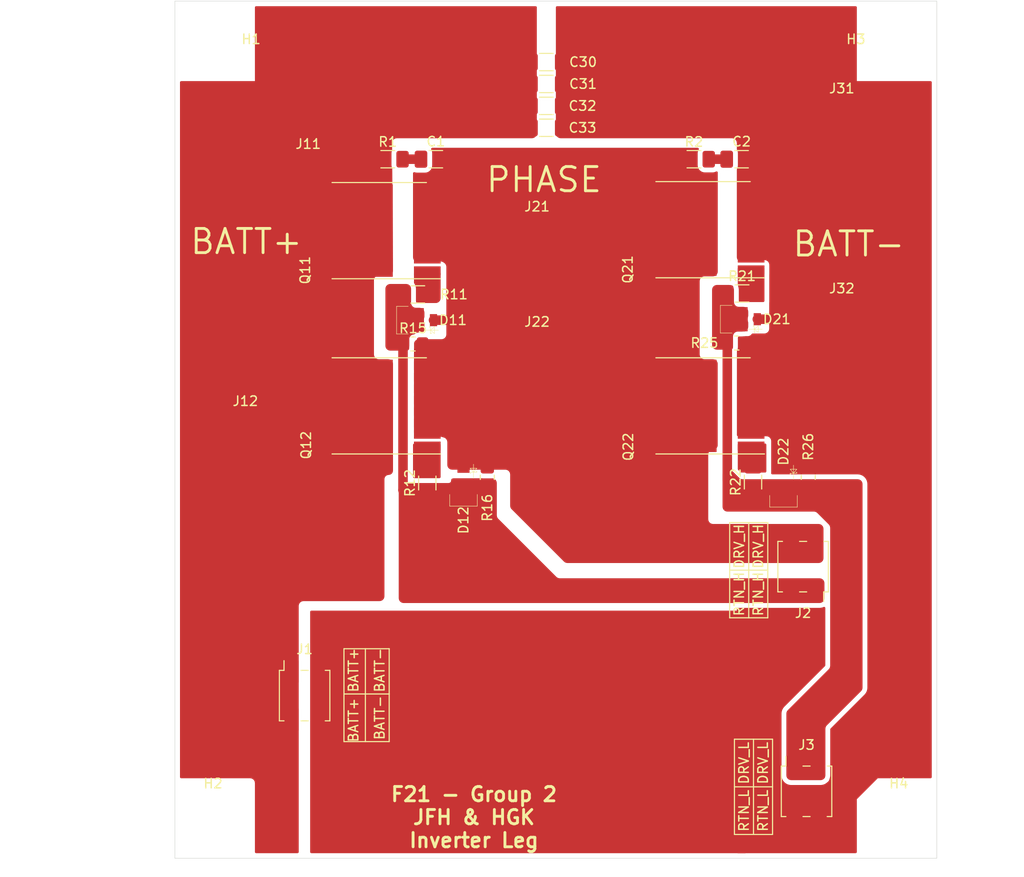
<source format=kicad_pcb>
(kicad_pcb (version 20171130) (host pcbnew "(5.1.6)-1")

  (general
    (thickness 1.6)
    (drawings 57)
    (tracks 23)
    (zones 0)
    (modules 37)
    (nets 12)
  )

  (page A4)
  (layers
    (0 F.Cu signal)
    (31 B.Cu signal)
    (33 F.Adhes user)
    (35 F.Paste user)
    (37 F.SilkS user)
    (38 B.Mask user)
    (39 F.Mask user)
    (40 Dwgs.User user)
    (41 Cmts.User user)
    (42 Eco1.User user)
    (43 Eco2.User user)
    (44 Edge.Cuts user)
    (45 Margin user)
    (46 B.CrtYd user)
    (47 F.CrtYd user)
    (49 F.Fab user hide)
  )

  (setup
    (last_trace_width 1)
    (user_trace_width 0.5)
    (user_trace_width 1)
    (user_trace_width 2)
    (trace_clearance 0.2)
    (zone_clearance 0.508)
    (zone_45_only yes)
    (trace_min 0.2)
    (via_size 0.8)
    (via_drill 0.4)
    (via_min_size 0.4)
    (via_min_drill 0.3)
    (uvia_size 0.3)
    (uvia_drill 0.1)
    (uvias_allowed no)
    (uvia_min_size 0.2)
    (uvia_min_drill 0.1)
    (edge_width 0.05)
    (segment_width 0.2)
    (pcb_text_width 0.3)
    (pcb_text_size 1.5 1.5)
    (mod_edge_width 0.12)
    (mod_text_size 1 1)
    (mod_text_width 0.15)
    (pad_size 2.75 8.7)
    (pad_drill 0)
    (pad_to_mask_clearance 0.05)
    (aux_axis_origin 0 0)
    (visible_elements 7FFFFFFF)
    (pcbplotparams
      (layerselection 0x010a8_7fffffff)
      (usegerberextensions true)
      (usegerberattributes false)
      (usegerberadvancedattributes false)
      (creategerberjobfile false)
      (excludeedgelayer true)
      (linewidth 0.150000)
      (plotframeref false)
      (viasonmask false)
      (mode 1)
      (useauxorigin false)
      (hpglpennumber 1)
      (hpglpenspeed 20)
      (hpglpendiameter 15.000000)
      (psnegative false)
      (psa4output false)
      (plotreference true)
      (plotvalue true)
      (plotinvisibletext false)
      (padsonsilk false)
      (subtractmaskfromsilk false)
      (outputformat 1)
      (mirror false)
      (drillshape 0)
      (scaleselection 1)
      (outputdirectory "Fabrication/"))
  )

  (net 0 "")
  (net 1 "Net-(C1-Pad1)")
  (net 2 PHASE)
  (net 3 PHASE_LS)
  (net 4 "Net-(C2-Pad1)")
  (net 5 +BATT)
  (net 6 "Net-(Q11-Pad1)")
  (net 7 "Net-(Q12-Pad1)")
  (net 8 "Net-(Q21-Pad1)")
  (net 9 "Net-(Q22-Pad1)")
  (net 10 PWM_HS)
  (net 11 PWM_LS)

  (net_class Default "This is the default net class."
    (clearance 0.2)
    (trace_width 0.25)
    (via_dia 0.8)
    (via_drill 0.4)
    (uvia_dia 0.3)
    (uvia_drill 0.1)
    (add_net +BATT)
    (add_net "Net-(C1-Pad1)")
    (add_net "Net-(C2-Pad1)")
    (add_net "Net-(Q11-Pad1)")
    (add_net "Net-(Q12-Pad1)")
    (add_net "Net-(Q21-Pad1)")
    (add_net "Net-(Q22-Pad1)")
    (add_net PHASE)
    (add_net PHASE_LS)
    (add_net PWM_HS)
    (add_net PWM_LS)
  )

  (module MountingHole:MountingHole_3.2mm_M3_ISO14580 (layer F.Cu) (tedit 56D1B4CB) (tstamp 6078601F)
    (at 126 146)
    (descr "Mounting Hole 3.2mm, no annular, M3, ISO14580")
    (tags "mounting hole 3.2mm no annular m3 iso14580")
    (path /608C36A4)
    (attr virtual)
    (fp_text reference H4 (at 0 -3.85) (layer F.SilkS)
      (effects (font (size 1 1) (thickness 0.15)))
    )
    (fp_text value "M3 Mounting Hole" (at 0 3.85) (layer F.Fab)
      (effects (font (size 1 1) (thickness 0.15)))
    )
    (fp_text user %R (at 0.3 0) (layer F.Fab)
      (effects (font (size 1 1) (thickness 0.15)))
    )
    (fp_circle (center 0 0) (end 2.75 0) (layer Cmts.User) (width 0.15))
    (fp_circle (center 0 0) (end 3 0) (layer F.CrtYd) (width 0.05))
    (pad 1 np_thru_hole circle (at 0 0) (size 3.2 3.2) (drill 3.2) (layers *.Cu *.Mask))
  )

  (module MountingHole:MountingHole_3.2mm_M3_ISO14580 (layer F.Cu) (tedit 56D1B4CB) (tstamp 60790AB0)
    (at 126 64)
    (descr "Mounting Hole 3.2mm, no annular, M3, ISO14580")
    (tags "mounting hole 3.2mm no annular m3 iso14580")
    (path /608C2997)
    (attr virtual)
    (fp_text reference H3 (at -4.5 0) (layer F.SilkS)
      (effects (font (size 1 1) (thickness 0.15)))
    )
    (fp_text value "M3 Mounting Hole" (at 0 3.85) (layer F.Fab)
      (effects (font (size 1 1) (thickness 0.15)))
    )
    (fp_text user %R (at 0.3 0) (layer F.Fab)
      (effects (font (size 1 1) (thickness 0.15)))
    )
    (fp_circle (center 0 0) (end 2.75 0) (layer Cmts.User) (width 0.15))
    (fp_circle (center 0 0) (end 3 0) (layer F.CrtYd) (width 0.05))
    (pad 1 np_thru_hole circle (at 0 0) (size 3.2 3.2) (drill 3.2) (layers *.Cu *.Mask))
  )

  (module MountingHole:MountingHole_3.2mm_M3_ISO14580 (layer F.Cu) (tedit 56D1B4CB) (tstamp 6078600F)
    (at 54 146)
    (descr "Mounting Hole 3.2mm, no annular, M3, ISO14580")
    (tags "mounting hole 3.2mm no annular m3 iso14580")
    (path /608C82C7)
    (attr virtual)
    (fp_text reference H2 (at 0 -3.85) (layer F.SilkS)
      (effects (font (size 1 1) (thickness 0.15)))
    )
    (fp_text value "M3 Mounting Hole" (at 0 3.85) (layer F.Fab)
      (effects (font (size 1 1) (thickness 0.15)))
    )
    (fp_text user %R (at 0.3 0) (layer F.Fab)
      (effects (font (size 1 1) (thickness 0.15)))
    )
    (fp_circle (center 0 0) (end 2.75 0) (layer Cmts.User) (width 0.15))
    (fp_circle (center 0 0) (end 3 0) (layer F.CrtYd) (width 0.05))
    (pad 1 np_thru_hole circle (at 0 0) (size 3.2 3.2) (drill 3.2) (layers *.Cu *.Mask))
  )

  (module MountingHole:MountingHole_3.2mm_M3_ISO14580 (layer F.Cu) (tedit 56D1B4CB) (tstamp 60786007)
    (at 54 64)
    (descr "Mounting Hole 3.2mm, no annular, M3, ISO14580")
    (tags "mounting hole 3.2mm no annular m3 iso14580")
    (path /608C7582)
    (attr virtual)
    (fp_text reference H1 (at 4 0) (layer F.SilkS)
      (effects (font (size 1 1) (thickness 0.15)))
    )
    (fp_text value "M3 Mounting Hole" (at 0 3.85) (layer F.Fab)
      (effects (font (size 1 1) (thickness 0.15)))
    )
    (fp_text user %R (at 0.3 0) (layer F.Fab)
      (effects (font (size 1 1) (thickness 0.15)))
    )
    (fp_circle (center 0 0) (end 2.75 0) (layer Cmts.User) (width 0.15))
    (fp_circle (center 0 0) (end 3 0) (layer F.CrtYd) (width 0.05))
    (pad 1 np_thru_hole circle (at 0 0) (size 3.2 3.2) (drill 3.2) (layers *.Cu *.Mask))
  )

  (module XFootprintLib:Infineon_PG-HSOG-8-1 (layer F.Cu) (tedit 60784812) (tstamp 607823B2)
    (at 71.5 84.1 180)
    (path /60960EA3)
    (fp_text reference Q11 (at 7.825 -4.15 90) (layer F.SilkS)
      (effects (font (size 1 1) (thickness 0.15)))
    )
    (fp_text value IAUS300N08S5N012 (at 0 -0.5) (layer F.Fab)
      (effects (font (size 1 1) (thickness 0.15)))
    )
    (fp_line (start 5 -4.93) (end 5 4.93) (layer F.Fab) (width 0.12))
    (fp_line (start -3.73 -4.93) (end 5 -4.93) (layer F.Fab) (width 0.12))
    (fp_line (start -4.91 -3.75) (end -3.73 -4.93) (layer F.Fab) (width 0.12))
    (fp_line (start -4.91 4.93) (end -4.91 -3.75) (layer F.Fab) (width 0.12))
    (fp_line (start 5 4.93) (end -4.91 4.93) (layer F.Fab) (width 0.12))
    (fp_line (start -4.91 5.05) (end 5 5.05) (layer F.SilkS) (width 0.12))
    (fp_line (start -6.9 -5.55) (end 7.13 -5.55) (layer F.CrtYd) (width 0.05))
    (fp_line (start -6.9 -5.55) (end -6.9 5.55) (layer F.CrtYd) (width 0.05))
    (fp_line (start -6.9 5.55) (end 7.13 5.55) (layer F.CrtYd) (width 0.05))
    (fp_line (start 7.13 5.55) (end 7.13 -5.55) (layer F.CrtYd) (width 0.05))
    (fp_line (start -6.4 -5.05) (end 5 -5.05) (layer F.SilkS) (width 0.12))
    (pad "" smd custom (at 4.5875 2.25 180) (size 1.1 4) (layers F.Paste)
      (zone_connect 0)
      (options (clearance outline) (anchor rect))
      (primitives
      ))
    (pad "" smd custom (at 4.5875 -2.25 180) (size 1.1 4) (layers F.Paste)
      (zone_connect 0)
      (options (clearance outline) (anchor rect))
      (primitives
      ))
    (pad "" smd custom (at 2.7875 2.25 180) (size 1.1 4) (layers F.Paste)
      (zone_connect 0)
      (options (clearance outline) (anchor rect))
      (primitives
      ))
    (pad "" smd custom (at 2.7875 -2.25 180) (size 1.1 4) (layers F.Paste)
      (zone_connect 0)
      (options (clearance outline) (anchor rect))
      (primitives
      ))
    (pad "" smd custom (at 0.9875 2.5 180) (size 1.1 4.5) (layers F.Paste)
      (zone_connect 0)
      (options (clearance outline) (anchor rect))
      (primitives
      ))
    (pad "" smd custom (at 0.9875 -2.5 180) (size 1.1 4.5) (layers F.Paste)
      (zone_connect 0)
      (options (clearance outline) (anchor rect))
      (primitives
      ))
    (pad "" smd custom (at -0.6875 2.5 180) (size 0.85 4.5) (layers F.Paste)
      (zone_connect 0)
      (options (clearance outline) (anchor rect))
      (primitives
      ))
    (pad "" smd custom (at -0.6875 -2.5 180) (size 0.85 4.5) (layers F.Paste)
      (zone_connect 0)
      (options (clearance outline) (anchor rect))
      (primitives
      ))
    (pad "" smd custom (at 6.1 2.5 180) (size 0.85 4.5) (layers F.Paste)
      (zone_connect 0)
      (options (clearance outline) (anchor rect))
      (primitives
      ))
    (pad "" smd custom (at 6.1 -2.5 180) (size 0.85 4.5) (layers F.Paste)
      (zone_connect 0)
      (options (clearance outline) (anchor rect))
      (primitives
      ))
    (pad Tab smd custom (at 3.7 0 180) (size 2.75 8.7) (layers F.Cu F.Mask)
      (net 5 +BATT) (zone_connect 2)
      (options (clearance outline) (anchor rect))
      (primitives
        (gr_poly (pts
           (xy 1.375 -5.05) (xy 2.925 -5.05) (xy 2.925 5.05) (xy 1.375 5.05)) (width 0))
        (gr_poly (pts
           (xy -1.375 4.85) (xy -1.375 -4.85) (xy -5.075 -4.85) (xy -5.075 4.85)) (width 0))
      ))
    (pad "" smd rect (at -5 -1.8 180) (size 2.7 0.8) (layers F.Paste))
    (pad "" smd rect (at -5 -0.6 180) (size 2.7 0.8) (layers F.Paste))
    (pad "" smd rect (at -5 4.2 180) (size 2.7 0.8) (layers F.Paste))
    (pad "" smd rect (at -5 3 180) (size 2.7 0.8) (layers F.Paste))
    (pad "" smd rect (at -5 0.6 180) (size 2.7 0.8) (layers F.Paste))
    (pad "" smd rect (at -5 1.8 180) (size 2.7 0.8) (layers F.Paste))
    (pad "" smd rect (at -5 -3 180) (size 2.7 0.8) (layers F.Paste))
    (pad 8 smd rect (at -5 4.2 180) (size 2.8 0.9) (layers F.Cu F.Mask)
      (net 2 PHASE))
    (pad 7 smd rect (at -5 3 180) (size 2.8 0.9) (layers F.Cu F.Mask)
      (net 2 PHASE))
    (pad 6 smd rect (at -5 1.8 180) (size 2.8 0.9) (layers F.Cu F.Mask)
      (net 2 PHASE))
    (pad 5 smd rect (at -5 0.6 180) (size 2.8 0.9) (layers F.Cu F.Mask)
      (net 2 PHASE))
    (pad 4 smd rect (at -5 -0.6 180) (size 2.8 0.9) (layers F.Cu F.Mask)
      (net 2 PHASE))
    (pad 3 smd rect (at -5 -1.8 180) (size 2.8 0.9) (layers F.Cu F.Mask)
      (net 2 PHASE))
    (pad 2 smd rect (at -5 -3 180) (size 2.8 0.9) (layers F.Cu F.Mask)
      (net 2 PHASE))
    (pad "" smd rect (at -5 -4.2 180) (size 2.7 0.8) (layers F.Paste))
    (pad 1 smd rect (at -5 -4.2 180) (size 2.8 0.9) (layers F.Cu F.Mask)
      (net 6 "Net-(Q11-Pad1)"))
    (model D:/GIT/3-Phased-Inverter-for-Electric-Gokart/Library/XFootprintLib.pretty/Infineon_-_IAUS300N08S5N012ATMA1.step
      (at (xyz 0 0 0))
      (scale (xyz 1 1 1))
      (rotate (xyz 0 0 90))
    )
  )

  (module XFootprintLib:Infineon_PG-HSOG-8-1 (layer F.Cu) (tedit 60784812) (tstamp 60782267)
    (at 71.5 102.5 180)
    (path /609620BC)
    (fp_text reference Q12 (at 7.725 -4.125 90) (layer F.SilkS)
      (effects (font (size 1 1) (thickness 0.15)))
    )
    (fp_text value IAUS300N08S5N012 (at 0 -0.5) (layer F.Fab)
      (effects (font (size 1 1) (thickness 0.15)))
    )
    (fp_line (start 5 -4.93) (end 5 4.93) (layer F.Fab) (width 0.12))
    (fp_line (start -3.73 -4.93) (end 5 -4.93) (layer F.Fab) (width 0.12))
    (fp_line (start -4.91 -3.75) (end -3.73 -4.93) (layer F.Fab) (width 0.12))
    (fp_line (start -4.91 4.93) (end -4.91 -3.75) (layer F.Fab) (width 0.12))
    (fp_line (start 5 4.93) (end -4.91 4.93) (layer F.Fab) (width 0.12))
    (fp_line (start -4.91 5.05) (end 5 5.05) (layer F.SilkS) (width 0.12))
    (fp_line (start -6.9 -5.55) (end 7.13 -5.55) (layer F.CrtYd) (width 0.05))
    (fp_line (start -6.9 -5.55) (end -6.9 5.55) (layer F.CrtYd) (width 0.05))
    (fp_line (start -6.9 5.55) (end 7.13 5.55) (layer F.CrtYd) (width 0.05))
    (fp_line (start 7.13 5.55) (end 7.13 -5.55) (layer F.CrtYd) (width 0.05))
    (fp_line (start -6.4 -5.05) (end 5 -5.05) (layer F.SilkS) (width 0.12))
    (pad "" smd custom (at 4.5875 2.25 180) (size 1.1 4) (layers F.Paste)
      (zone_connect 0)
      (options (clearance outline) (anchor rect))
      (primitives
      ))
    (pad "" smd custom (at 4.5875 -2.25 180) (size 1.1 4) (layers F.Paste)
      (zone_connect 0)
      (options (clearance outline) (anchor rect))
      (primitives
      ))
    (pad "" smd custom (at 2.7875 2.25 180) (size 1.1 4) (layers F.Paste)
      (zone_connect 0)
      (options (clearance outline) (anchor rect))
      (primitives
      ))
    (pad "" smd custom (at 2.7875 -2.25 180) (size 1.1 4) (layers F.Paste)
      (zone_connect 0)
      (options (clearance outline) (anchor rect))
      (primitives
      ))
    (pad "" smd custom (at 0.9875 2.5 180) (size 1.1 4.5) (layers F.Paste)
      (zone_connect 0)
      (options (clearance outline) (anchor rect))
      (primitives
      ))
    (pad "" smd custom (at 0.9875 -2.5 180) (size 1.1 4.5) (layers F.Paste)
      (zone_connect 0)
      (options (clearance outline) (anchor rect))
      (primitives
      ))
    (pad "" smd custom (at -0.6875 2.5 180) (size 0.85 4.5) (layers F.Paste)
      (zone_connect 0)
      (options (clearance outline) (anchor rect))
      (primitives
      ))
    (pad "" smd custom (at -0.6875 -2.5 180) (size 0.85 4.5) (layers F.Paste)
      (zone_connect 0)
      (options (clearance outline) (anchor rect))
      (primitives
      ))
    (pad "" smd custom (at 6.1 2.5 180) (size 0.85 4.5) (layers F.Paste)
      (zone_connect 0)
      (options (clearance outline) (anchor rect))
      (primitives
      ))
    (pad "" smd custom (at 6.1 -2.5 180) (size 0.85 4.5) (layers F.Paste)
      (zone_connect 0)
      (options (clearance outline) (anchor rect))
      (primitives
      ))
    (pad Tab smd custom (at 3.7 0 180) (size 2.75 8.7) (layers F.Cu F.Mask)
      (net 5 +BATT) (zone_connect 2)
      (options (clearance outline) (anchor rect))
      (primitives
        (gr_poly (pts
           (xy 1.375 -5.05) (xy 2.925 -5.05) (xy 2.925 5.05) (xy 1.375 5.05)) (width 0))
        (gr_poly (pts
           (xy -1.375 4.85) (xy -1.375 -4.85) (xy -5.075 -4.85) (xy -5.075 4.85)) (width 0))
      ))
    (pad "" smd rect (at -5 -1.8 180) (size 2.7 0.8) (layers F.Paste))
    (pad "" smd rect (at -5 -0.6 180) (size 2.7 0.8) (layers F.Paste))
    (pad "" smd rect (at -5 4.2 180) (size 2.7 0.8) (layers F.Paste))
    (pad "" smd rect (at -5 3 180) (size 2.7 0.8) (layers F.Paste))
    (pad "" smd rect (at -5 0.6 180) (size 2.7 0.8) (layers F.Paste))
    (pad "" smd rect (at -5 1.8 180) (size 2.7 0.8) (layers F.Paste))
    (pad "" smd rect (at -5 -3 180) (size 2.7 0.8) (layers F.Paste))
    (pad 8 smd rect (at -5 4.2 180) (size 2.8 0.9) (layers F.Cu F.Mask)
      (net 2 PHASE))
    (pad 7 smd rect (at -5 3 180) (size 2.8 0.9) (layers F.Cu F.Mask)
      (net 2 PHASE))
    (pad 6 smd rect (at -5 1.8 180) (size 2.8 0.9) (layers F.Cu F.Mask)
      (net 2 PHASE))
    (pad 5 smd rect (at -5 0.6 180) (size 2.8 0.9) (layers F.Cu F.Mask)
      (net 2 PHASE))
    (pad 4 smd rect (at -5 -0.6 180) (size 2.8 0.9) (layers F.Cu F.Mask)
      (net 2 PHASE))
    (pad 3 smd rect (at -5 -1.8 180) (size 2.8 0.9) (layers F.Cu F.Mask)
      (net 2 PHASE))
    (pad 2 smd rect (at -5 -3 180) (size 2.8 0.9) (layers F.Cu F.Mask)
      (net 2 PHASE))
    (pad "" smd rect (at -5 -4.2 180) (size 2.7 0.8) (layers F.Paste))
    (pad 1 smd rect (at -5 -4.2 180) (size 2.8 0.9) (layers F.Cu F.Mask)
      (net 7 "Net-(Q12-Pad1)"))
    (model D:/GIT/3-Phased-Inverter-for-Electric-Gokart/Library/XFootprintLib.pretty/Infineon_-_IAUS300N08S5N012ATMA1.step
      (at (xyz 0 0 0))
      (scale (xyz 1 1 1))
      (rotate (xyz 0 0 90))
    )
  )

  (module XFootprintLib:Infineon_PG-HSOG-8-1 (layer F.Cu) (tedit 60784812) (tstamp 60780C73)
    (at 105.5 84 180)
    (path /60970205)
    (fp_text reference Q21 (at 7.95 -4.175 90) (layer F.SilkS)
      (effects (font (size 1 1) (thickness 0.15)))
    )
    (fp_text value IAUS300N08S5N012 (at 0 -0.5) (layer F.Fab)
      (effects (font (size 1 1) (thickness 0.15)))
    )
    (fp_line (start 5 -4.93) (end 5 4.93) (layer F.Fab) (width 0.12))
    (fp_line (start -3.73 -4.93) (end 5 -4.93) (layer F.Fab) (width 0.12))
    (fp_line (start -4.91 -3.75) (end -3.73 -4.93) (layer F.Fab) (width 0.12))
    (fp_line (start -4.91 4.93) (end -4.91 -3.75) (layer F.Fab) (width 0.12))
    (fp_line (start 5 4.93) (end -4.91 4.93) (layer F.Fab) (width 0.12))
    (fp_line (start -4.91 5.05) (end 5 5.05) (layer F.SilkS) (width 0.12))
    (fp_line (start -6.9 -5.55) (end 7.13 -5.55) (layer F.CrtYd) (width 0.05))
    (fp_line (start -6.9 -5.55) (end -6.9 5.55) (layer F.CrtYd) (width 0.05))
    (fp_line (start -6.9 5.55) (end 7.13 5.55) (layer F.CrtYd) (width 0.05))
    (fp_line (start 7.13 5.55) (end 7.13 -5.55) (layer F.CrtYd) (width 0.05))
    (fp_line (start -6.4 -5.05) (end 5 -5.05) (layer F.SilkS) (width 0.12))
    (pad "" smd custom (at 4.5875 2.25 180) (size 1.1 4) (layers F.Paste)
      (zone_connect 0)
      (options (clearance outline) (anchor rect))
      (primitives
      ))
    (pad "" smd custom (at 4.5875 -2.25 180) (size 1.1 4) (layers F.Paste)
      (zone_connect 0)
      (options (clearance outline) (anchor rect))
      (primitives
      ))
    (pad "" smd custom (at 2.7875 2.25 180) (size 1.1 4) (layers F.Paste)
      (zone_connect 0)
      (options (clearance outline) (anchor rect))
      (primitives
      ))
    (pad "" smd custom (at 2.7875 -2.25 180) (size 1.1 4) (layers F.Paste)
      (zone_connect 0)
      (options (clearance outline) (anchor rect))
      (primitives
      ))
    (pad "" smd custom (at 0.9875 2.5 180) (size 1.1 4.5) (layers F.Paste)
      (zone_connect 0)
      (options (clearance outline) (anchor rect))
      (primitives
      ))
    (pad "" smd custom (at 0.9875 -2.5 180) (size 1.1 4.5) (layers F.Paste)
      (zone_connect 0)
      (options (clearance outline) (anchor rect))
      (primitives
      ))
    (pad "" smd custom (at -0.6875 2.5 180) (size 0.85 4.5) (layers F.Paste)
      (zone_connect 0)
      (options (clearance outline) (anchor rect))
      (primitives
      ))
    (pad "" smd custom (at -0.6875 -2.5 180) (size 0.85 4.5) (layers F.Paste)
      (zone_connect 0)
      (options (clearance outline) (anchor rect))
      (primitives
      ))
    (pad "" smd custom (at 6.1 2.5 180) (size 0.85 4.5) (layers F.Paste)
      (zone_connect 0)
      (options (clearance outline) (anchor rect))
      (primitives
      ))
    (pad "" smd custom (at 6.1 -2.5 180) (size 0.85 4.5) (layers F.Paste)
      (zone_connect 0)
      (options (clearance outline) (anchor rect))
      (primitives
      ))
    (pad Tab smd custom (at 3.7 0 180) (size 2.75 8.7) (layers F.Cu F.Mask)
      (net 2 PHASE) (zone_connect 2)
      (options (clearance outline) (anchor rect))
      (primitives
        (gr_poly (pts
           (xy 1.375 -5.05) (xy 2.925 -5.05) (xy 2.925 5.05) (xy 1.375 5.05)) (width 0))
        (gr_poly (pts
           (xy -1.375 4.85) (xy -1.375 -4.85) (xy -5.075 -4.85) (xy -5.075 4.85)) (width 0))
      ))
    (pad "" smd rect (at -5 -1.8 180) (size 2.7 0.8) (layers F.Paste))
    (pad "" smd rect (at -5 -0.6 180) (size 2.7 0.8) (layers F.Paste))
    (pad "" smd rect (at -5 4.2 180) (size 2.7 0.8) (layers F.Paste))
    (pad "" smd rect (at -5 3 180) (size 2.7 0.8) (layers F.Paste))
    (pad "" smd rect (at -5 0.6 180) (size 2.7 0.8) (layers F.Paste))
    (pad "" smd rect (at -5 1.8 180) (size 2.7 0.8) (layers F.Paste))
    (pad "" smd rect (at -5 -3 180) (size 2.7 0.8) (layers F.Paste))
    (pad 8 smd rect (at -5 4.2 180) (size 2.8 0.9) (layers F.Cu F.Mask)
      (net 3 PHASE_LS))
    (pad 7 smd rect (at -5 3 180) (size 2.8 0.9) (layers F.Cu F.Mask)
      (net 3 PHASE_LS))
    (pad 6 smd rect (at -5 1.8 180) (size 2.8 0.9) (layers F.Cu F.Mask)
      (net 3 PHASE_LS))
    (pad 5 smd rect (at -5 0.6 180) (size 2.8 0.9) (layers F.Cu F.Mask)
      (net 3 PHASE_LS))
    (pad 4 smd rect (at -5 -0.6 180) (size 2.8 0.9) (layers F.Cu F.Mask)
      (net 3 PHASE_LS))
    (pad 3 smd rect (at -5 -1.8 180) (size 2.8 0.9) (layers F.Cu F.Mask)
      (net 3 PHASE_LS))
    (pad 2 smd rect (at -5 -3 180) (size 2.8 0.9) (layers F.Cu F.Mask)
      (net 3 PHASE_LS))
    (pad "" smd rect (at -5 -4.2 180) (size 2.7 0.8) (layers F.Paste))
    (pad 1 smd rect (at -5 -4.2 180) (size 2.8 0.9) (layers F.Cu F.Mask)
      (net 8 "Net-(Q21-Pad1)"))
    (model D:/GIT/3-Phased-Inverter-for-Electric-Gokart/Library/XFootprintLib.pretty/Infineon_-_IAUS300N08S5N012ATMA1.step
      (at (xyz 0 0 0))
      (scale (xyz 1 1 1))
      (rotate (xyz 0 0 90))
    )
  )

  (module XFootprintLib:Infineon_PG-HSOG-8-1 (layer F.Cu) (tedit 60784812) (tstamp 607826AD)
    (at 105.5 102.5 180)
    (path /6097020B)
    (fp_text reference Q22 (at 7.9 -4.3 90) (layer F.SilkS)
      (effects (font (size 1 1) (thickness 0.15)))
    )
    (fp_text value IAUS300N08S5N012 (at 0 -0.5) (layer F.Fab)
      (effects (font (size 1 1) (thickness 0.15)))
    )
    (fp_line (start 5 -4.93) (end 5 4.93) (layer F.Fab) (width 0.12))
    (fp_line (start -3.73 -4.93) (end 5 -4.93) (layer F.Fab) (width 0.12))
    (fp_line (start -4.91 -3.75) (end -3.73 -4.93) (layer F.Fab) (width 0.12))
    (fp_line (start -4.91 4.93) (end -4.91 -3.75) (layer F.Fab) (width 0.12))
    (fp_line (start 5 4.93) (end -4.91 4.93) (layer F.Fab) (width 0.12))
    (fp_line (start -4.91 5.05) (end 5 5.05) (layer F.SilkS) (width 0.12))
    (fp_line (start -6.9 -5.55) (end 7.13 -5.55) (layer F.CrtYd) (width 0.05))
    (fp_line (start -6.9 -5.55) (end -6.9 5.55) (layer F.CrtYd) (width 0.05))
    (fp_line (start -6.9 5.55) (end 7.13 5.55) (layer F.CrtYd) (width 0.05))
    (fp_line (start 7.13 5.55) (end 7.13 -5.55) (layer F.CrtYd) (width 0.05))
    (fp_line (start -6.4 -5.05) (end 5 -5.05) (layer F.SilkS) (width 0.12))
    (pad "" smd custom (at 4.5875 2.25 180) (size 1.1 4) (layers F.Paste)
      (zone_connect 0)
      (options (clearance outline) (anchor rect))
      (primitives
      ))
    (pad "" smd custom (at 4.5875 -2.25 180) (size 1.1 4) (layers F.Paste)
      (zone_connect 0)
      (options (clearance outline) (anchor rect))
      (primitives
      ))
    (pad "" smd custom (at 2.7875 2.25 180) (size 1.1 4) (layers F.Paste)
      (zone_connect 0)
      (options (clearance outline) (anchor rect))
      (primitives
      ))
    (pad "" smd custom (at 2.7875 -2.25 180) (size 1.1 4) (layers F.Paste)
      (zone_connect 0)
      (options (clearance outline) (anchor rect))
      (primitives
      ))
    (pad "" smd custom (at 0.9875 2.5 180) (size 1.1 4.5) (layers F.Paste)
      (zone_connect 0)
      (options (clearance outline) (anchor rect))
      (primitives
      ))
    (pad "" smd custom (at 0.9875 -2.5 180) (size 1.1 4.5) (layers F.Paste)
      (zone_connect 0)
      (options (clearance outline) (anchor rect))
      (primitives
      ))
    (pad "" smd custom (at -0.6875 2.5 180) (size 0.85 4.5) (layers F.Paste)
      (zone_connect 0)
      (options (clearance outline) (anchor rect))
      (primitives
      ))
    (pad "" smd custom (at -0.6875 -2.5 180) (size 0.85 4.5) (layers F.Paste)
      (zone_connect 0)
      (options (clearance outline) (anchor rect))
      (primitives
      ))
    (pad "" smd custom (at 6.1 2.5 180) (size 0.85 4.5) (layers F.Paste)
      (zone_connect 0)
      (options (clearance outline) (anchor rect))
      (primitives
      ))
    (pad "" smd custom (at 6.1 -2.5 180) (size 0.85 4.5) (layers F.Paste)
      (zone_connect 0)
      (options (clearance outline) (anchor rect))
      (primitives
      ))
    (pad Tab smd custom (at 3.7 0 180) (size 2.75 8.7) (layers F.Cu F.Mask)
      (net 2 PHASE) (zone_connect 2)
      (options (clearance outline) (anchor rect))
      (primitives
        (gr_poly (pts
           (xy 1.375 -5.05) (xy 2.925 -5.05) (xy 2.925 5.05) (xy 1.375 5.05)) (width 0))
        (gr_poly (pts
           (xy -1.375 4.85) (xy -1.375 -4.85) (xy -5.075 -4.85) (xy -5.075 4.85)) (width 0))
      ))
    (pad "" smd rect (at -5 -1.8 180) (size 2.7 0.8) (layers F.Paste))
    (pad "" smd rect (at -5 -0.6 180) (size 2.7 0.8) (layers F.Paste))
    (pad "" smd rect (at -5 4.2 180) (size 2.7 0.8) (layers F.Paste))
    (pad "" smd rect (at -5 3 180) (size 2.7 0.8) (layers F.Paste))
    (pad "" smd rect (at -5 0.6 180) (size 2.7 0.8) (layers F.Paste))
    (pad "" smd rect (at -5 1.8 180) (size 2.7 0.8) (layers F.Paste))
    (pad "" smd rect (at -5 -3 180) (size 2.7 0.8) (layers F.Paste))
    (pad 8 smd rect (at -5 4.2 180) (size 2.8 0.9) (layers F.Cu F.Mask)
      (net 3 PHASE_LS))
    (pad 7 smd rect (at -5 3 180) (size 2.8 0.9) (layers F.Cu F.Mask)
      (net 3 PHASE_LS))
    (pad 6 smd rect (at -5 1.8 180) (size 2.8 0.9) (layers F.Cu F.Mask)
      (net 3 PHASE_LS))
    (pad 5 smd rect (at -5 0.6 180) (size 2.8 0.9) (layers F.Cu F.Mask)
      (net 3 PHASE_LS))
    (pad 4 smd rect (at -5 -0.6 180) (size 2.8 0.9) (layers F.Cu F.Mask)
      (net 3 PHASE_LS))
    (pad 3 smd rect (at -5 -1.8 180) (size 2.8 0.9) (layers F.Cu F.Mask)
      (net 3 PHASE_LS))
    (pad 2 smd rect (at -5 -3 180) (size 2.8 0.9) (layers F.Cu F.Mask)
      (net 3 PHASE_LS))
    (pad "" smd rect (at -5 -4.2 180) (size 2.7 0.8) (layers F.Paste))
    (pad 1 smd rect (at -5 -4.2 180) (size 2.8 0.9) (layers F.Cu F.Mask)
      (net 9 "Net-(Q22-Pad1)"))
    (model D:/GIT/3-Phased-Inverter-for-Electric-Gokart/Library/XFootprintLib.pretty/Infineon_-_IAUS300N08S5N012ATMA1.step
      (at (xyz 0 0 0))
      (scale (xyz 1 1 1))
      (rotate (xyz 0 0 90))
    )
  )

  (module Connector_Samtec_HLE_SMD:Samtec_HLE-102-02-xxx-DV_2x02_P2.54mm_Horizontal locked (layer F.Cu) (tedit 607844BD) (tstamp 6077F587)
    (at 116.32 142.97)
    (descr "Samtec HLE .100\" Tiger Beam Cost-effective Single Beam Socket Strip, HLE-102-02-xxx-DV, 2 Pins per row (http://suddendocs.samtec.com/prints/hle-1xx-02-xxx-dv-xx-xx-xx-mkt.pdf, http://suddendocs.samtec.com/prints/hle-dv-footprint.pdf), generated with kicad-footprint-generator")
    (tags "connector Samtec HLE top entry")
    (path /6079A796)
    (attr smd)
    (fp_text reference J3 (at 0 -4.87) (layer F.SilkS)
      (effects (font (size 1 1) (thickness 0.15)))
    )
    (fp_text value "SAMTEC HLE" (at 0 4.87) (layer F.Fab)
      (effects (font (size 1 1) (thickness 0.15)))
    )
    (fp_text user %R (at 0 1.84) (layer F.Fab)
      (effects (font (size 1 1) (thickness 0.15)))
    )
    (fp_line (start -3.04 4.17) (end -3.04 -4.17) (layer F.CrtYd) (width 0.05))
    (fp_line (start 3.04 4.17) (end -3.04 4.17) (layer F.CrtYd) (width 0.05))
    (fp_line (start 3.04 -4.17) (end 3.04 4.17) (layer F.CrtYd) (width 0.05))
    (fp_line (start -3.04 -4.17) (end 3.04 -4.17) (layer F.CrtYd) (width 0.05))
    (fp_line (start -0.375 2.65) (end 0.375 2.65) (layer F.SilkS) (width 0.12))
    (fp_line (start -0.375 -2.65) (end 0.375 -2.65) (layer F.SilkS) (width 0.12))
    (fp_line (start 2.65 2.65) (end 2.165 2.65) (layer F.SilkS) (width 0.12))
    (fp_line (start 2.65 -2.65) (end 2.65 2.65) (layer F.SilkS) (width 0.12))
    (fp_line (start 2.165 -2.65) (end 2.65 -2.65) (layer F.SilkS) (width 0.12))
    (fp_line (start -2.65 2.65) (end -2.165 2.65) (layer F.SilkS) (width 0.12))
    (fp_line (start -2.65 -2.65) (end -2.65 2.65) (layer F.SilkS) (width 0.12))
    (fp_line (start -2.165 -2.65) (end -2.65 -2.65) (layer F.SilkS) (width 0.12))
    (fp_line (start -2.165 -3.67) (end -2.165 -2.65) (layer F.SilkS) (width 0.12))
    (fp_line (start -1.27 -1.832893) (end -0.77 -2.54) (layer F.Fab) (width 0.1))
    (fp_line (start -1.77 -2.54) (end -1.27 -1.832893) (layer F.Fab) (width 0.1))
    (fp_line (start -2.54 2.54) (end -2.54 -2.54) (layer F.Fab) (width 0.1))
    (fp_line (start 2.54 2.54) (end -2.54 2.54) (layer F.Fab) (width 0.1))
    (fp_line (start 2.54 -2.54) (end 2.54 2.54) (layer F.Fab) (width 0.1))
    (fp_line (start -2.54 -2.54) (end 2.54 -2.54) (layer F.Fab) (width 0.1))
    (pad 4 smd rect (at 1.27 2.525) (size 1.27 2.29) (layers F.Cu F.Paste F.Mask)
      (net 3 PHASE_LS))
    (pad 2 smd rect (at -1.27 2.525) (size 1.27 2.29) (layers F.Cu F.Paste F.Mask)
      (net 3 PHASE_LS))
    (pad 3 smd rect (at 1.27 -2.525) (size 1.27 2.29) (layers F.Cu F.Paste F.Mask)
      (net 11 PWM_LS))
    (pad 1 smd rect (at -1.27 -2.525) (size 1.27 2.29) (layers F.Cu F.Paste F.Mask)
      (net 11 PWM_LS))
    (model ${KISYS3DMOD}/Connector_Samtec_HLE_SMD.3dshapes/Samtec_HLE-102-02-xxx-DV_2x02_P2.54mm_Horizontal.wrl
      (at (xyz 0 0 0))
      (scale (xyz 1 1 1))
      (rotate (xyz 0 0 0))
    )
    (model D:/GIT/3-Phased-Inverter-for-Electric-Gokart/Library/XFootprintLib.pretty/HLE-102-02-F-DV.stp
      (offset (xyz 0 0 0.1))
      (scale (xyz 1 1 1))
      (rotate (xyz -90 0 0))
    )
  )

  (module Connector_Samtec_HLE_SMD:Samtec_HLE-102-02-xxx-DV_2x02_P2.54mm_Horizontal locked (layer F.Cu) (tedit 607844BD) (tstamp 6077F5D8)
    (at 115.96 119.38 180)
    (descr "Samtec HLE .100\" Tiger Beam Cost-effective Single Beam Socket Strip, HLE-102-02-xxx-DV, 2 Pins per row (http://suddendocs.samtec.com/prints/hle-1xx-02-xxx-dv-xx-xx-xx-mkt.pdf, http://suddendocs.samtec.com/prints/hle-dv-footprint.pdf), generated with kicad-footprint-generator")
    (tags "connector Samtec HLE top entry")
    (path /60799EFD)
    (attr smd)
    (fp_text reference J2 (at 0 -4.87) (layer F.SilkS)
      (effects (font (size 1 1) (thickness 0.15)))
    )
    (fp_text value "SAMTEC HLE" (at 0 4.87) (layer F.Fab)
      (effects (font (size 1 1) (thickness 0.15)))
    )
    (fp_text user %R (at 0 1.84) (layer F.Fab)
      (effects (font (size 1 1) (thickness 0.15)))
    )
    (fp_line (start -3.04 4.17) (end -3.04 -4.17) (layer F.CrtYd) (width 0.05))
    (fp_line (start 3.04 4.17) (end -3.04 4.17) (layer F.CrtYd) (width 0.05))
    (fp_line (start 3.04 -4.17) (end 3.04 4.17) (layer F.CrtYd) (width 0.05))
    (fp_line (start -3.04 -4.17) (end 3.04 -4.17) (layer F.CrtYd) (width 0.05))
    (fp_line (start -0.375 2.65) (end 0.375 2.65) (layer F.SilkS) (width 0.12))
    (fp_line (start -0.375 -2.65) (end 0.375 -2.65) (layer F.SilkS) (width 0.12))
    (fp_line (start 2.65 2.65) (end 2.165 2.65) (layer F.SilkS) (width 0.12))
    (fp_line (start 2.65 -2.65) (end 2.65 2.65) (layer F.SilkS) (width 0.12))
    (fp_line (start 2.165 -2.65) (end 2.65 -2.65) (layer F.SilkS) (width 0.12))
    (fp_line (start -2.65 2.65) (end -2.165 2.65) (layer F.SilkS) (width 0.12))
    (fp_line (start -2.65 -2.65) (end -2.65 2.65) (layer F.SilkS) (width 0.12))
    (fp_line (start -2.165 -2.65) (end -2.65 -2.65) (layer F.SilkS) (width 0.12))
    (fp_line (start -2.165 -3.67) (end -2.165 -2.65) (layer F.SilkS) (width 0.12))
    (fp_line (start -1.27 -1.832893) (end -0.77 -2.54) (layer F.Fab) (width 0.1))
    (fp_line (start -1.77 -2.54) (end -1.27 -1.832893) (layer F.Fab) (width 0.1))
    (fp_line (start -2.54 2.54) (end -2.54 -2.54) (layer F.Fab) (width 0.1))
    (fp_line (start 2.54 2.54) (end -2.54 2.54) (layer F.Fab) (width 0.1))
    (fp_line (start 2.54 -2.54) (end 2.54 2.54) (layer F.Fab) (width 0.1))
    (fp_line (start -2.54 -2.54) (end 2.54 -2.54) (layer F.Fab) (width 0.1))
    (pad 4 smd rect (at 1.27 2.525 180) (size 1.27 2.29) (layers F.Cu F.Paste F.Mask)
      (net 2 PHASE))
    (pad 2 smd rect (at -1.27 2.525 180) (size 1.27 2.29) (layers F.Cu F.Paste F.Mask)
      (net 2 PHASE))
    (pad 3 smd rect (at 1.27 -2.525 180) (size 1.27 2.29) (layers F.Cu F.Paste F.Mask)
      (net 10 PWM_HS))
    (pad 1 smd rect (at -1.27 -2.525 180) (size 1.27 2.29) (layers F.Cu F.Paste F.Mask)
      (net 10 PWM_HS))
    (model ${KISYS3DMOD}/Connector_Samtec_HLE_SMD.3dshapes/Samtec_HLE-102-02-xxx-DV_2x02_P2.54mm_Horizontal.wrl
      (at (xyz 0 0 0))
      (scale (xyz 1 1 1))
      (rotate (xyz 0 0 0))
    )
    (model D:/GIT/3-Phased-Inverter-for-Electric-Gokart/Library/XFootprintLib.pretty/HLE-102-02-F-DV.stp
      (offset (xyz 0 0 0.1))
      (scale (xyz 1 1 1))
      (rotate (xyz -90 0 0))
    )
  )

  (module Connector_Samtec_HLE_SMD:Samtec_HLE-102-02-xxx-DV_2x02_P2.54mm_Horizontal locked (layer F.Cu) (tedit 607844BD) (tstamp 60780574)
    (at 63.62 132.92)
    (descr "Samtec HLE .100\" Tiger Beam Cost-effective Single Beam Socket Strip, HLE-102-02-xxx-DV, 2 Pins per row (http://suddendocs.samtec.com/prints/hle-1xx-02-xxx-dv-xx-xx-xx-mkt.pdf, http://suddendocs.samtec.com/prints/hle-dv-footprint.pdf), generated with kicad-footprint-generator")
    (tags "connector Samtec HLE top entry")
    (path /60798392)
    (attr smd)
    (fp_text reference J1 (at 0 -4.87) (layer F.SilkS)
      (effects (font (size 1 1) (thickness 0.15)))
    )
    (fp_text value "SAMTEC HLE" (at 0 4.87) (layer F.Fab)
      (effects (font (size 1 1) (thickness 0.15)))
    )
    (fp_text user %R (at 0 1.84) (layer F.Fab)
      (effects (font (size 1 1) (thickness 0.15)))
    )
    (fp_line (start -3.04 4.17) (end -3.04 -4.17) (layer F.CrtYd) (width 0.05))
    (fp_line (start 3.04 4.17) (end -3.04 4.17) (layer F.CrtYd) (width 0.05))
    (fp_line (start 3.04 -4.17) (end 3.04 4.17) (layer F.CrtYd) (width 0.05))
    (fp_line (start -3.04 -4.17) (end 3.04 -4.17) (layer F.CrtYd) (width 0.05))
    (fp_line (start -0.375 2.65) (end 0.375 2.65) (layer F.SilkS) (width 0.12))
    (fp_line (start -0.375 -2.65) (end 0.375 -2.65) (layer F.SilkS) (width 0.12))
    (fp_line (start 2.65 2.65) (end 2.165 2.65) (layer F.SilkS) (width 0.12))
    (fp_line (start 2.65 -2.65) (end 2.65 2.65) (layer F.SilkS) (width 0.12))
    (fp_line (start 2.165 -2.65) (end 2.65 -2.65) (layer F.SilkS) (width 0.12))
    (fp_line (start -2.65 2.65) (end -2.165 2.65) (layer F.SilkS) (width 0.12))
    (fp_line (start -2.65 -2.65) (end -2.65 2.65) (layer F.SilkS) (width 0.12))
    (fp_line (start -2.165 -2.65) (end -2.65 -2.65) (layer F.SilkS) (width 0.12))
    (fp_line (start -2.165 -3.67) (end -2.165 -2.65) (layer F.SilkS) (width 0.12))
    (fp_line (start -1.27 -1.832893) (end -0.77 -2.54) (layer F.Fab) (width 0.1))
    (fp_line (start -1.77 -2.54) (end -1.27 -1.832893) (layer F.Fab) (width 0.1))
    (fp_line (start -2.54 2.54) (end -2.54 -2.54) (layer F.Fab) (width 0.1))
    (fp_line (start 2.54 2.54) (end -2.54 2.54) (layer F.Fab) (width 0.1))
    (fp_line (start 2.54 -2.54) (end 2.54 2.54) (layer F.Fab) (width 0.1))
    (fp_line (start -2.54 -2.54) (end 2.54 -2.54) (layer F.Fab) (width 0.1))
    (pad 4 smd rect (at 1.27 2.525) (size 1.27 2.29) (layers F.Cu F.Paste F.Mask)
      (net 3 PHASE_LS))
    (pad 2 smd rect (at -1.27 2.525) (size 1.27 2.29) (layers F.Cu F.Paste F.Mask)
      (net 5 +BATT))
    (pad 3 smd rect (at 1.27 -2.525) (size 1.27 2.29) (layers F.Cu F.Paste F.Mask)
      (net 3 PHASE_LS))
    (pad 1 smd rect (at -1.27 -2.525) (size 1.27 2.29) (layers F.Cu F.Paste F.Mask)
      (net 5 +BATT))
    (model ${KISYS3DMOD}/Connector_Samtec_HLE_SMD.3dshapes/Samtec_HLE-102-02-xxx-DV_2x02_P2.54mm_Horizontal.wrl
      (at (xyz 0 0 0))
      (scale (xyz 1 1 1))
      (rotate (xyz 0 0 0))
    )
    (model D:/GIT/3-Phased-Inverter-for-Electric-Gokart/Library/XFootprintLib.pretty/HLE-102-02-F-DV.stp
      (offset (xyz 0 0 0.1))
      (scale (xyz 1 1 1))
      (rotate (xyz -90 0 0))
    )
  )

  (module XFootprintLib:D_SMP_DO-220AA (layer F.Cu) (tedit 60784338) (tstamp 60785FFF)
    (at 113.9 111.6 90)
    (path /608C9F27)
    (fp_text reference D22 (at 4.3 0 90) (layer F.SilkS)
      (effects (font (size 1 1) (thickness 0.15)))
    )
    (fp_text value V3PM6-M3/I (at 0 0 90) (layer F.Fab)
      (effects (font (size 1 1) (thickness 0.15)))
    )
    (fp_line (start -1.525 1.45) (end -0.3 1.45) (layer F.SilkS) (width 0.05))
    (fp_line (start -1.525 -1.45) (end -1.525 1.45) (layer F.SilkS) (width 0.05))
    (fp_line (start -0.3 -1.45) (end -1.525 -1.45) (layer F.SilkS) (width 0.05))
    (fp_line (start -1.59 0) (end -1.59 1.52) (layer F.CrtYd) (width 0.05))
    (fp_line (start -1.59 1.52) (end 2.99 1.52) (layer F.CrtYd) (width 0.05))
    (fp_line (start 2.99 1.52) (end 2.99 -1.52) (layer F.CrtYd) (width 0.05))
    (fp_line (start 2.99 -1.52) (end -1.59 -1.52) (layer F.CrtYd) (width 0.05))
    (fp_line (start -1.59 -1.52) (end -1.59 0) (layer F.CrtYd) (width 0.05))
    (fp_line (start 2.875 1.05) (end 1.4 1.05) (layer F.SilkS) (width 0.05))
    (fp_line (start 2.025 1.05) (end 2.45 0.7) (layer F.SilkS) (width 0.05))
    (fp_line (start 2.45 0.7) (end 2.45 1.4) (layer F.SilkS) (width 0.05))
    (fp_line (start 2.45 1.4) (end 2.025 1.05) (layer F.SilkS) (width 0.05))
    (fp_line (start 2.025 1.05) (end 2.025 0.7) (layer F.SilkS) (width 0.05))
    (fp_line (start 2.025 0.7) (end 1.925 0.7) (layer F.SilkS) (width 0.05))
    (fp_line (start 1.925 0.7) (end 1.925 0.775) (layer F.SilkS) (width 0.05))
    (fp_line (start 2.025 1.05) (end 2.025 1.4) (layer F.SilkS) (width 0.05))
    (fp_line (start 2.025 1.4) (end 2.125 1.4) (layer F.SilkS) (width 0.05))
    (fp_line (start 2.125 1.4) (end 2.125 1.325) (layer F.SilkS) (width 0.05))
    (pad 2 smd rect (at 2.351 0 90) (size 0.762 1.27) (layers F.Cu F.Paste F.Mask)
      (net 3 PHASE_LS))
    (pad 1 smd rect (at 0 0 90) (size 2.67 2.54) (layers F.Cu F.Paste F.Mask)
      (net 11 PWM_LS))
    (model "D:/GIT/3-Phased-Inverter-for-Electric-Gokart/Library/XFootprintLib.pretty/SMP Package.STEP"
      (offset (xyz -15.75 -22.85 0))
      (scale (xyz 1 1 1))
      (rotate (xyz -90 0 0))
    )
  )

  (module XFootprintLib:D_SMP_DO-220AA (layer F.Cu) (tedit 60784338) (tstamp 60788640)
    (at 108.8 93.4)
    (path /608C9742)
    (fp_text reference D21 (at 4.4 0) (layer F.SilkS)
      (effects (font (size 1 1) (thickness 0.15)))
    )
    (fp_text value V3PM6-M3/I (at 0 0) (layer F.Fab)
      (effects (font (size 1 1) (thickness 0.15)))
    )
    (fp_line (start -1.525 1.45) (end -0.3 1.45) (layer F.SilkS) (width 0.05))
    (fp_line (start -1.525 -1.45) (end -1.525 1.45) (layer F.SilkS) (width 0.05))
    (fp_line (start -0.3 -1.45) (end -1.525 -1.45) (layer F.SilkS) (width 0.05))
    (fp_line (start -1.59 0) (end -1.59 1.52) (layer F.CrtYd) (width 0.05))
    (fp_line (start -1.59 1.52) (end 2.99 1.52) (layer F.CrtYd) (width 0.05))
    (fp_line (start 2.99 1.52) (end 2.99 -1.52) (layer F.CrtYd) (width 0.05))
    (fp_line (start 2.99 -1.52) (end -1.59 -1.52) (layer F.CrtYd) (width 0.05))
    (fp_line (start -1.59 -1.52) (end -1.59 0) (layer F.CrtYd) (width 0.05))
    (fp_line (start 2.875 1.05) (end 1.4 1.05) (layer F.SilkS) (width 0.05))
    (fp_line (start 2.025 1.05) (end 2.45 0.7) (layer F.SilkS) (width 0.05))
    (fp_line (start 2.45 0.7) (end 2.45 1.4) (layer F.SilkS) (width 0.05))
    (fp_line (start 2.45 1.4) (end 2.025 1.05) (layer F.SilkS) (width 0.05))
    (fp_line (start 2.025 1.05) (end 2.025 0.7) (layer F.SilkS) (width 0.05))
    (fp_line (start 2.025 0.7) (end 1.925 0.7) (layer F.SilkS) (width 0.05))
    (fp_line (start 1.925 0.7) (end 1.925 0.775) (layer F.SilkS) (width 0.05))
    (fp_line (start 2.025 1.05) (end 2.025 1.4) (layer F.SilkS) (width 0.05))
    (fp_line (start 2.025 1.4) (end 2.125 1.4) (layer F.SilkS) (width 0.05))
    (fp_line (start 2.125 1.4) (end 2.125 1.325) (layer F.SilkS) (width 0.05))
    (pad 2 smd rect (at 2.351 0) (size 0.762 1.27) (layers F.Cu F.Paste F.Mask)
      (net 3 PHASE_LS))
    (pad 1 smd rect (at 0 0) (size 2.67 2.54) (layers F.Cu F.Paste F.Mask)
      (net 11 PWM_LS))
    (model "D:/GIT/3-Phased-Inverter-for-Electric-Gokart/Library/XFootprintLib.pretty/SMP Package.STEP"
      (offset (xyz -15.75 -22.85 0))
      (scale (xyz 1 1 1))
      (rotate (xyz -90 0 0))
    )
  )

  (module XFootprintLib:D_SMP_DO-220AA (layer F.Cu) (tedit 60784338) (tstamp 60785FCF)
    (at 80.3 111.5 90)
    (path /608C8FFD)
    (fp_text reference D12 (at -3 0 90) (layer F.SilkS)
      (effects (font (size 1 1) (thickness 0.15)))
    )
    (fp_text value V3PM6-M3/I (at 0 0 90) (layer F.Fab)
      (effects (font (size 1 1) (thickness 0.15)))
    )
    (fp_line (start -1.525 1.45) (end -0.3 1.45) (layer F.SilkS) (width 0.05))
    (fp_line (start -1.525 -1.45) (end -1.525 1.45) (layer F.SilkS) (width 0.05))
    (fp_line (start -0.3 -1.45) (end -1.525 -1.45) (layer F.SilkS) (width 0.05))
    (fp_line (start -1.59 0) (end -1.59 1.52) (layer F.CrtYd) (width 0.05))
    (fp_line (start -1.59 1.52) (end 2.99 1.52) (layer F.CrtYd) (width 0.05))
    (fp_line (start 2.99 1.52) (end 2.99 -1.52) (layer F.CrtYd) (width 0.05))
    (fp_line (start 2.99 -1.52) (end -1.59 -1.52) (layer F.CrtYd) (width 0.05))
    (fp_line (start -1.59 -1.52) (end -1.59 0) (layer F.CrtYd) (width 0.05))
    (fp_line (start 2.875 1.05) (end 1.4 1.05) (layer F.SilkS) (width 0.05))
    (fp_line (start 2.025 1.05) (end 2.45 0.7) (layer F.SilkS) (width 0.05))
    (fp_line (start 2.45 0.7) (end 2.45 1.4) (layer F.SilkS) (width 0.05))
    (fp_line (start 2.45 1.4) (end 2.025 1.05) (layer F.SilkS) (width 0.05))
    (fp_line (start 2.025 1.05) (end 2.025 0.7) (layer F.SilkS) (width 0.05))
    (fp_line (start 2.025 0.7) (end 1.925 0.7) (layer F.SilkS) (width 0.05))
    (fp_line (start 1.925 0.7) (end 1.925 0.775) (layer F.SilkS) (width 0.05))
    (fp_line (start 2.025 1.05) (end 2.025 1.4) (layer F.SilkS) (width 0.05))
    (fp_line (start 2.025 1.4) (end 2.125 1.4) (layer F.SilkS) (width 0.05))
    (fp_line (start 2.125 1.4) (end 2.125 1.325) (layer F.SilkS) (width 0.05))
    (pad 2 smd rect (at 2.351 0 90) (size 0.762 1.27) (layers F.Cu F.Paste F.Mask)
      (net 2 PHASE))
    (pad 1 smd rect (at 0 0 90) (size 2.67 2.54) (layers F.Cu F.Paste F.Mask)
      (net 10 PWM_HS))
    (model "D:/GIT/3-Phased-Inverter-for-Electric-Gokart/Library/XFootprintLib.pretty/SMP Package.STEP"
      (offset (xyz -15.75 -22.85 0))
      (scale (xyz 1 1 1))
      (rotate (xyz -90 0 0))
    )
  )

  (module XFootprintLib:D_SMP_DO-220AA (layer F.Cu) (tedit 60784338) (tstamp 60785FB7)
    (at 74.8 93.5)
    (path /6085B45F)
    (fp_text reference D11 (at 4.4 0) (layer F.SilkS)
      (effects (font (size 1 1) (thickness 0.15)))
    )
    (fp_text value V3PM6-M3/I (at 0 0) (layer F.Fab)
      (effects (font (size 1 1) (thickness 0.15)))
    )
    (fp_line (start -1.525 1.45) (end -0.3 1.45) (layer F.SilkS) (width 0.05))
    (fp_line (start -1.525 -1.45) (end -1.525 1.45) (layer F.SilkS) (width 0.05))
    (fp_line (start -0.3 -1.45) (end -1.525 -1.45) (layer F.SilkS) (width 0.05))
    (fp_line (start -1.59 0) (end -1.59 1.52) (layer F.CrtYd) (width 0.05))
    (fp_line (start -1.59 1.52) (end 2.99 1.52) (layer F.CrtYd) (width 0.05))
    (fp_line (start 2.99 1.52) (end 2.99 -1.52) (layer F.CrtYd) (width 0.05))
    (fp_line (start 2.99 -1.52) (end -1.59 -1.52) (layer F.CrtYd) (width 0.05))
    (fp_line (start -1.59 -1.52) (end -1.59 0) (layer F.CrtYd) (width 0.05))
    (fp_line (start 2.875 1.05) (end 1.4 1.05) (layer F.SilkS) (width 0.05))
    (fp_line (start 2.025 1.05) (end 2.45 0.7) (layer F.SilkS) (width 0.05))
    (fp_line (start 2.45 0.7) (end 2.45 1.4) (layer F.SilkS) (width 0.05))
    (fp_line (start 2.45 1.4) (end 2.025 1.05) (layer F.SilkS) (width 0.05))
    (fp_line (start 2.025 1.05) (end 2.025 0.7) (layer F.SilkS) (width 0.05))
    (fp_line (start 2.025 0.7) (end 1.925 0.7) (layer F.SilkS) (width 0.05))
    (fp_line (start 1.925 0.7) (end 1.925 0.775) (layer F.SilkS) (width 0.05))
    (fp_line (start 2.025 1.05) (end 2.025 1.4) (layer F.SilkS) (width 0.05))
    (fp_line (start 2.025 1.4) (end 2.125 1.4) (layer F.SilkS) (width 0.05))
    (fp_line (start 2.125 1.4) (end 2.125 1.325) (layer F.SilkS) (width 0.05))
    (pad 2 smd rect (at 2.351 0) (size 0.762 1.27) (layers F.Cu F.Paste F.Mask)
      (net 2 PHASE))
    (pad 1 smd rect (at 0 0) (size 2.67 2.54) (layers F.Cu F.Paste F.Mask)
      (net 10 PWM_HS))
    (model "D:/GIT/3-Phased-Inverter-for-Electric-Gokart/Library/XFootprintLib.pretty/SMP Package.STEP"
      (offset (xyz -15.75 -22.85 0))
      (scale (xyz 1 1 1))
      (rotate (xyz -90 0 0))
    )
  )

  (module XFootprintLib:Würth_7466205 (layer F.Cu) (tedit 6078438B) (tstamp 607829A1)
    (at 57.4 96)
    (path /607C7D29)
    (fp_text reference J12 (at 0 6) (layer F.SilkS)
      (effects (font (size 1 1) (thickness 0.15)))
    )
    (fp_text value REDCUBE (at 0 -0.5) (layer F.Fab)
      (effects (font (size 1 1) (thickness 0.15)))
    )
    (fp_circle (center 0 0) (end 6 0) (layer F.CrtYd) (width 0.05))
    (fp_poly (pts (xy 0.5 -4.9) (xy 0.775 -4.85) (xy 1.125 -4.775) (xy 1.475 -4.675)
      (xy 1.775 -4.575) (xy 2.025 -4.475) (xy 2.25 -4.35) (xy 2.65 -4.1)
      (xy 2.825 -3.975) (xy 3.2 -3.7) (xy 3.7 -3.2) (xy 3.875 -2.975)
      (xy 4.025 -2.775) (xy 4.15 -2.575) (xy 4.275 -2.35) (xy 4.4 -2.1)
      (xy 4.525 -1.825) (xy 4.65 -1.475) (xy 4.75 -1.15) (xy 4.825 -0.825)
      (xy 4.875 -0.5) (xy 0.5 -0.5) (xy 0.5 -4.9)) (layer F.Paste) (width 0.1))
    (fp_poly (pts (xy 4.9 0.5) (xy 4.85 0.775) (xy 4.775 1.125) (xy 4.675 1.475)
      (xy 4.575 1.775) (xy 4.475 2.025) (xy 4.35 2.25) (xy 4.1 2.65)
      (xy 3.975 2.825) (xy 3.7 3.2) (xy 3.2 3.7) (xy 2.975 3.875)
      (xy 2.775 4.025) (xy 2.575 4.15) (xy 2.35 4.275) (xy 2.1 4.4)
      (xy 1.825 4.525) (xy 1.475 4.65) (xy 1.15 4.75) (xy 0.825 4.825)
      (xy 0.5 4.875) (xy 0.5 0.5) (xy 4.9 0.5)) (layer F.Paste) (width 0.1))
    (fp_poly (pts (xy -4.9 -0.5) (xy -4.85 -0.775) (xy -4.775 -1.125) (xy -4.675 -1.475)
      (xy -4.575 -1.775) (xy -4.475 -2.025) (xy -4.35 -2.25) (xy -4.1 -2.65)
      (xy -3.975 -2.825) (xy -3.7 -3.2) (xy -3.2 -3.7) (xy -2.975 -3.875)
      (xy -2.775 -4.025) (xy -2.575 -4.15) (xy -2.35 -4.275) (xy -2.1 -4.4)
      (xy -1.825 -4.525) (xy -1.475 -4.65) (xy -1.15 -4.75) (xy -0.825 -4.825)
      (xy -0.5 -4.875) (xy -0.5 -0.5) (xy -4.9 -0.5)) (layer F.Paste) (width 0.1))
    (fp_poly (pts (xy -0.5 4.9) (xy -0.775 4.85) (xy -1.125 4.775) (xy -1.475 4.675)
      (xy -1.775 4.575) (xy -2.025 4.475) (xy -2.25 4.35) (xy -2.65 4.1)
      (xy -2.825 3.975) (xy -3.2 3.7) (xy -3.7 3.2) (xy -3.875 2.975)
      (xy -4.025 2.775) (xy -4.15 2.575) (xy -4.275 2.35) (xy -4.4 2.1)
      (xy -4.525 1.825) (xy -4.65 1.475) (xy -4.75 1.15) (xy -4.825 0.825)
      (xy -4.875 0.5) (xy -0.5 0.5) (xy -0.5 4.9)) (layer F.Paste) (width 0.1))
    (pad 1 connect circle (at 0 0) (size 10 10) (layers F.Cu F.Mask)
      (net 5 +BATT) (clearance 1))
    (model D:/GIT/3-Phased-Inverter-for-Electric-Gokart/Library/XFootprintLib.pretty/Wurth_STP_7466205.stp
      (at (xyz 0 0 0))
      (scale (xyz 1 1 1))
      (rotate (xyz 0 90 0))
    )
  )

  (module XFootprintLib:Würth_7466205 (layer F.Cu) (tedit 6078438B) (tstamp 6076239B)
    (at 57.5 75)
    (path /607C9DC4)
    (fp_text reference J11 (at 6.5 0) (layer F.SilkS)
      (effects (font (size 1 1) (thickness 0.15)))
    )
    (fp_text value REDCUBE (at 0 -0.5) (layer F.Fab)
      (effects (font (size 1 1) (thickness 0.15)))
    )
    (fp_circle (center 0 0) (end 6 0) (layer F.CrtYd) (width 0.05))
    (fp_poly (pts (xy 0.5 -4.9) (xy 0.775 -4.85) (xy 1.125 -4.775) (xy 1.475 -4.675)
      (xy 1.775 -4.575) (xy 2.025 -4.475) (xy 2.25 -4.35) (xy 2.65 -4.1)
      (xy 2.825 -3.975) (xy 3.2 -3.7) (xy 3.7 -3.2) (xy 3.875 -2.975)
      (xy 4.025 -2.775) (xy 4.15 -2.575) (xy 4.275 -2.35) (xy 4.4 -2.1)
      (xy 4.525 -1.825) (xy 4.65 -1.475) (xy 4.75 -1.15) (xy 4.825 -0.825)
      (xy 4.875 -0.5) (xy 0.5 -0.5) (xy 0.5 -4.9)) (layer F.Paste) (width 0.1))
    (fp_poly (pts (xy 4.9 0.5) (xy 4.85 0.775) (xy 4.775 1.125) (xy 4.675 1.475)
      (xy 4.575 1.775) (xy 4.475 2.025) (xy 4.35 2.25) (xy 4.1 2.65)
      (xy 3.975 2.825) (xy 3.7 3.2) (xy 3.2 3.7) (xy 2.975 3.875)
      (xy 2.775 4.025) (xy 2.575 4.15) (xy 2.35 4.275) (xy 2.1 4.4)
      (xy 1.825 4.525) (xy 1.475 4.65) (xy 1.15 4.75) (xy 0.825 4.825)
      (xy 0.5 4.875) (xy 0.5 0.5) (xy 4.9 0.5)) (layer F.Paste) (width 0.1))
    (fp_poly (pts (xy -4.9 -0.5) (xy -4.85 -0.775) (xy -4.775 -1.125) (xy -4.675 -1.475)
      (xy -4.575 -1.775) (xy -4.475 -2.025) (xy -4.35 -2.25) (xy -4.1 -2.65)
      (xy -3.975 -2.825) (xy -3.7 -3.2) (xy -3.2 -3.7) (xy -2.975 -3.875)
      (xy -2.775 -4.025) (xy -2.575 -4.15) (xy -2.35 -4.275) (xy -2.1 -4.4)
      (xy -1.825 -4.525) (xy -1.475 -4.65) (xy -1.15 -4.75) (xy -0.825 -4.825)
      (xy -0.5 -4.875) (xy -0.5 -0.5) (xy -4.9 -0.5)) (layer F.Paste) (width 0.1))
    (fp_poly (pts (xy -0.5 4.9) (xy -0.775 4.85) (xy -1.125 4.775) (xy -1.475 4.675)
      (xy -1.775 4.575) (xy -2.025 4.475) (xy -2.25 4.35) (xy -2.65 4.1)
      (xy -2.825 3.975) (xy -3.2 3.7) (xy -3.7 3.2) (xy -3.875 2.975)
      (xy -4.025 2.775) (xy -4.15 2.575) (xy -4.275 2.35) (xy -4.4 2.1)
      (xy -4.525 1.825) (xy -4.65 1.475) (xy -4.75 1.15) (xy -4.825 0.825)
      (xy -4.875 0.5) (xy -0.5 0.5) (xy -0.5 4.9)) (layer F.Paste) (width 0.1))
    (pad 1 connect circle (at 0 0) (size 10 10) (layers F.Cu F.Mask)
      (net 5 +BATT) (clearance 1))
    (model D:/GIT/3-Phased-Inverter-for-Electric-Gokart/Library/XFootprintLib.pretty/Wurth_STP_7466205.stp
      (at (xyz 0 0 0))
      (scale (xyz 1 1 1))
      (rotate (xyz 0 90 0))
    )
  )

  (module XFootprintLib:Würth_7466205 (layer F.Cu) (tedit 6078438B) (tstamp 607825AF)
    (at 88 87.4)
    (path /60983627)
    (fp_text reference J21 (at 0.025 -5.825) (layer F.SilkS)
      (effects (font (size 1 1) (thickness 0.15)))
    )
    (fp_text value REDCUBE (at 0 -0.5) (layer F.Fab)
      (effects (font (size 1 1) (thickness 0.15)))
    )
    (fp_circle (center 0 0) (end 6 0) (layer F.CrtYd) (width 0.05))
    (fp_poly (pts (xy 0.5 -4.9) (xy 0.775 -4.85) (xy 1.125 -4.775) (xy 1.475 -4.675)
      (xy 1.775 -4.575) (xy 2.025 -4.475) (xy 2.25 -4.35) (xy 2.65 -4.1)
      (xy 2.825 -3.975) (xy 3.2 -3.7) (xy 3.7 -3.2) (xy 3.875 -2.975)
      (xy 4.025 -2.775) (xy 4.15 -2.575) (xy 4.275 -2.35) (xy 4.4 -2.1)
      (xy 4.525 -1.825) (xy 4.65 -1.475) (xy 4.75 -1.15) (xy 4.825 -0.825)
      (xy 4.875 -0.5) (xy 0.5 -0.5) (xy 0.5 -4.9)) (layer F.Paste) (width 0.1))
    (fp_poly (pts (xy 4.9 0.5) (xy 4.85 0.775) (xy 4.775 1.125) (xy 4.675 1.475)
      (xy 4.575 1.775) (xy 4.475 2.025) (xy 4.35 2.25) (xy 4.1 2.65)
      (xy 3.975 2.825) (xy 3.7 3.2) (xy 3.2 3.7) (xy 2.975 3.875)
      (xy 2.775 4.025) (xy 2.575 4.15) (xy 2.35 4.275) (xy 2.1 4.4)
      (xy 1.825 4.525) (xy 1.475 4.65) (xy 1.15 4.75) (xy 0.825 4.825)
      (xy 0.5 4.875) (xy 0.5 0.5) (xy 4.9 0.5)) (layer F.Paste) (width 0.1))
    (fp_poly (pts (xy -4.9 -0.5) (xy -4.85 -0.775) (xy -4.775 -1.125) (xy -4.675 -1.475)
      (xy -4.575 -1.775) (xy -4.475 -2.025) (xy -4.35 -2.25) (xy -4.1 -2.65)
      (xy -3.975 -2.825) (xy -3.7 -3.2) (xy -3.2 -3.7) (xy -2.975 -3.875)
      (xy -2.775 -4.025) (xy -2.575 -4.15) (xy -2.35 -4.275) (xy -2.1 -4.4)
      (xy -1.825 -4.525) (xy -1.475 -4.65) (xy -1.15 -4.75) (xy -0.825 -4.825)
      (xy -0.5 -4.875) (xy -0.5 -0.5) (xy -4.9 -0.5)) (layer F.Paste) (width 0.1))
    (fp_poly (pts (xy -0.5 4.9) (xy -0.775 4.85) (xy -1.125 4.775) (xy -1.475 4.675)
      (xy -1.775 4.575) (xy -2.025 4.475) (xy -2.25 4.35) (xy -2.65 4.1)
      (xy -2.825 3.975) (xy -3.2 3.7) (xy -3.7 3.2) (xy -3.875 2.975)
      (xy -4.025 2.775) (xy -4.15 2.575) (xy -4.275 2.35) (xy -4.4 2.1)
      (xy -4.525 1.825) (xy -4.65 1.475) (xy -4.75 1.15) (xy -4.825 0.825)
      (xy -4.875 0.5) (xy -0.5 0.5) (xy -0.5 4.9)) (layer F.Paste) (width 0.1))
    (pad 1 connect circle (at 0 0) (size 10 10) (layers F.Cu F.Mask)
      (net 2 PHASE) (clearance 1))
    (model D:/GIT/3-Phased-Inverter-for-Electric-Gokart/Library/XFootprintLib.pretty/Wurth_STP_7466205.stp
      (at (xyz 0 0 0))
      (scale (xyz 1 1 1))
      (rotate (xyz 0 90 0))
    )
  )

  (module XFootprintLib:Würth_7466205 (layer F.Cu) (tedit 6078438B) (tstamp 607825E6)
    (at 88 99.5)
    (path /607AEC15)
    (fp_text reference J22 (at 0.025 -5.825) (layer F.SilkS)
      (effects (font (size 1 1) (thickness 0.15)))
    )
    (fp_text value REDCUBE (at 0 -0.5) (layer F.Fab)
      (effects (font (size 1 1) (thickness 0.15)))
    )
    (fp_circle (center 0 0) (end 6 0) (layer F.CrtYd) (width 0.05))
    (fp_poly (pts (xy 0.5 -4.9) (xy 0.775 -4.85) (xy 1.125 -4.775) (xy 1.475 -4.675)
      (xy 1.775 -4.575) (xy 2.025 -4.475) (xy 2.25 -4.35) (xy 2.65 -4.1)
      (xy 2.825 -3.975) (xy 3.2 -3.7) (xy 3.7 -3.2) (xy 3.875 -2.975)
      (xy 4.025 -2.775) (xy 4.15 -2.575) (xy 4.275 -2.35) (xy 4.4 -2.1)
      (xy 4.525 -1.825) (xy 4.65 -1.475) (xy 4.75 -1.15) (xy 4.825 -0.825)
      (xy 4.875 -0.5) (xy 0.5 -0.5) (xy 0.5 -4.9)) (layer F.Paste) (width 0.1))
    (fp_poly (pts (xy 4.9 0.5) (xy 4.85 0.775) (xy 4.775 1.125) (xy 4.675 1.475)
      (xy 4.575 1.775) (xy 4.475 2.025) (xy 4.35 2.25) (xy 4.1 2.65)
      (xy 3.975 2.825) (xy 3.7 3.2) (xy 3.2 3.7) (xy 2.975 3.875)
      (xy 2.775 4.025) (xy 2.575 4.15) (xy 2.35 4.275) (xy 2.1 4.4)
      (xy 1.825 4.525) (xy 1.475 4.65) (xy 1.15 4.75) (xy 0.825 4.825)
      (xy 0.5 4.875) (xy 0.5 0.5) (xy 4.9 0.5)) (layer F.Paste) (width 0.1))
    (fp_poly (pts (xy -4.9 -0.5) (xy -4.85 -0.775) (xy -4.775 -1.125) (xy -4.675 -1.475)
      (xy -4.575 -1.775) (xy -4.475 -2.025) (xy -4.35 -2.25) (xy -4.1 -2.65)
      (xy -3.975 -2.825) (xy -3.7 -3.2) (xy -3.2 -3.7) (xy -2.975 -3.875)
      (xy -2.775 -4.025) (xy -2.575 -4.15) (xy -2.35 -4.275) (xy -2.1 -4.4)
      (xy -1.825 -4.525) (xy -1.475 -4.65) (xy -1.15 -4.75) (xy -0.825 -4.825)
      (xy -0.5 -4.875) (xy -0.5 -0.5) (xy -4.9 -0.5)) (layer F.Paste) (width 0.1))
    (fp_poly (pts (xy -0.5 4.9) (xy -0.775 4.85) (xy -1.125 4.775) (xy -1.475 4.675)
      (xy -1.775 4.575) (xy -2.025 4.475) (xy -2.25 4.35) (xy -2.65 4.1)
      (xy -2.825 3.975) (xy -3.2 3.7) (xy -3.7 3.2) (xy -3.875 2.975)
      (xy -4.025 2.775) (xy -4.15 2.575) (xy -4.275 2.35) (xy -4.4 2.1)
      (xy -4.525 1.825) (xy -4.65 1.475) (xy -4.75 1.15) (xy -4.825 0.825)
      (xy -4.875 0.5) (xy -0.5 0.5) (xy -0.5 4.9)) (layer F.Paste) (width 0.1))
    (pad 1 connect circle (at 0 0) (size 10 10) (layers F.Cu F.Mask)
      (net 2 PHASE) (clearance 1))
    (model D:/GIT/3-Phased-Inverter-for-Electric-Gokart/Library/XFootprintLib.pretty/Wurth_STP_7466205.stp
      (at (xyz 0 0 0))
      (scale (xyz 1 1 1))
      (rotate (xyz 0 90 0))
    )
  )

  (module XFootprintLib:Würth_7466205 (layer F.Cu) (tedit 6078438B) (tstamp 60790AE4)
    (at 120 75)
    (path /6097F3D1)
    (fp_text reference J31 (at 0.025 -5.825) (layer F.SilkS)
      (effects (font (size 1 1) (thickness 0.15)))
    )
    (fp_text value REDCUBE (at 0 -0.5) (layer F.Fab)
      (effects (font (size 1 1) (thickness 0.15)))
    )
    (fp_circle (center 0 0) (end 6 0) (layer F.CrtYd) (width 0.05))
    (fp_poly (pts (xy 0.5 -4.9) (xy 0.775 -4.85) (xy 1.125 -4.775) (xy 1.475 -4.675)
      (xy 1.775 -4.575) (xy 2.025 -4.475) (xy 2.25 -4.35) (xy 2.65 -4.1)
      (xy 2.825 -3.975) (xy 3.2 -3.7) (xy 3.7 -3.2) (xy 3.875 -2.975)
      (xy 4.025 -2.775) (xy 4.15 -2.575) (xy 4.275 -2.35) (xy 4.4 -2.1)
      (xy 4.525 -1.825) (xy 4.65 -1.475) (xy 4.75 -1.15) (xy 4.825 -0.825)
      (xy 4.875 -0.5) (xy 0.5 -0.5) (xy 0.5 -4.9)) (layer F.Paste) (width 0.1))
    (fp_poly (pts (xy 4.9 0.5) (xy 4.85 0.775) (xy 4.775 1.125) (xy 4.675 1.475)
      (xy 4.575 1.775) (xy 4.475 2.025) (xy 4.35 2.25) (xy 4.1 2.65)
      (xy 3.975 2.825) (xy 3.7 3.2) (xy 3.2 3.7) (xy 2.975 3.875)
      (xy 2.775 4.025) (xy 2.575 4.15) (xy 2.35 4.275) (xy 2.1 4.4)
      (xy 1.825 4.525) (xy 1.475 4.65) (xy 1.15 4.75) (xy 0.825 4.825)
      (xy 0.5 4.875) (xy 0.5 0.5) (xy 4.9 0.5)) (layer F.Paste) (width 0.1))
    (fp_poly (pts (xy -4.9 -0.5) (xy -4.85 -0.775) (xy -4.775 -1.125) (xy -4.675 -1.475)
      (xy -4.575 -1.775) (xy -4.475 -2.025) (xy -4.35 -2.25) (xy -4.1 -2.65)
      (xy -3.975 -2.825) (xy -3.7 -3.2) (xy -3.2 -3.7) (xy -2.975 -3.875)
      (xy -2.775 -4.025) (xy -2.575 -4.15) (xy -2.35 -4.275) (xy -2.1 -4.4)
      (xy -1.825 -4.525) (xy -1.475 -4.65) (xy -1.15 -4.75) (xy -0.825 -4.825)
      (xy -0.5 -4.875) (xy -0.5 -0.5) (xy -4.9 -0.5)) (layer F.Paste) (width 0.1))
    (fp_poly (pts (xy -0.5 4.9) (xy -0.775 4.85) (xy -1.125 4.775) (xy -1.475 4.675)
      (xy -1.775 4.575) (xy -2.025 4.475) (xy -2.25 4.35) (xy -2.65 4.1)
      (xy -2.825 3.975) (xy -3.2 3.7) (xy -3.7 3.2) (xy -3.875 2.975)
      (xy -4.025 2.775) (xy -4.15 2.575) (xy -4.275 2.35) (xy -4.4 2.1)
      (xy -4.525 1.825) (xy -4.65 1.475) (xy -4.75 1.15) (xy -4.825 0.825)
      (xy -4.875 0.5) (xy -0.5 0.5) (xy -0.5 4.9)) (layer F.Paste) (width 0.1))
    (pad 1 connect circle (at 0 0) (size 10 10) (layers F.Cu F.Mask)
      (net 3 PHASE_LS) (clearance 1))
    (model D:/GIT/3-Phased-Inverter-for-Electric-Gokart/Library/XFootprintLib.pretty/Wurth_STP_7466205.stp
      (at (xyz 0 0 0))
      (scale (xyz 1 1 1))
      (rotate (xyz 0 90 0))
    )
  )

  (module XFootprintLib:Würth_7466205 (layer F.Cu) (tedit 6078438B) (tstamp 60791B63)
    (at 120 96)
    (path /607B626D)
    (fp_text reference J32 (at 0.025 -5.825) (layer F.SilkS)
      (effects (font (size 1 1) (thickness 0.15)))
    )
    (fp_text value REDCUBE (at 0 -0.5) (layer F.Fab)
      (effects (font (size 1 1) (thickness 0.15)))
    )
    (fp_circle (center 0 0) (end 6 0) (layer F.CrtYd) (width 0.05))
    (fp_poly (pts (xy 0.5 -4.9) (xy 0.775 -4.85) (xy 1.125 -4.775) (xy 1.475 -4.675)
      (xy 1.775 -4.575) (xy 2.025 -4.475) (xy 2.25 -4.35) (xy 2.65 -4.1)
      (xy 2.825 -3.975) (xy 3.2 -3.7) (xy 3.7 -3.2) (xy 3.875 -2.975)
      (xy 4.025 -2.775) (xy 4.15 -2.575) (xy 4.275 -2.35) (xy 4.4 -2.1)
      (xy 4.525 -1.825) (xy 4.65 -1.475) (xy 4.75 -1.15) (xy 4.825 -0.825)
      (xy 4.875 -0.5) (xy 0.5 -0.5) (xy 0.5 -4.9)) (layer F.Paste) (width 0.1))
    (fp_poly (pts (xy 4.9 0.5) (xy 4.85 0.775) (xy 4.775 1.125) (xy 4.675 1.475)
      (xy 4.575 1.775) (xy 4.475 2.025) (xy 4.35 2.25) (xy 4.1 2.65)
      (xy 3.975 2.825) (xy 3.7 3.2) (xy 3.2 3.7) (xy 2.975 3.875)
      (xy 2.775 4.025) (xy 2.575 4.15) (xy 2.35 4.275) (xy 2.1 4.4)
      (xy 1.825 4.525) (xy 1.475 4.65) (xy 1.15 4.75) (xy 0.825 4.825)
      (xy 0.5 4.875) (xy 0.5 0.5) (xy 4.9 0.5)) (layer F.Paste) (width 0.1))
    (fp_poly (pts (xy -4.9 -0.5) (xy -4.85 -0.775) (xy -4.775 -1.125) (xy -4.675 -1.475)
      (xy -4.575 -1.775) (xy -4.475 -2.025) (xy -4.35 -2.25) (xy -4.1 -2.65)
      (xy -3.975 -2.825) (xy -3.7 -3.2) (xy -3.2 -3.7) (xy -2.975 -3.875)
      (xy -2.775 -4.025) (xy -2.575 -4.15) (xy -2.35 -4.275) (xy -2.1 -4.4)
      (xy -1.825 -4.525) (xy -1.475 -4.65) (xy -1.15 -4.75) (xy -0.825 -4.825)
      (xy -0.5 -4.875) (xy -0.5 -0.5) (xy -4.9 -0.5)) (layer F.Paste) (width 0.1))
    (fp_poly (pts (xy -0.5 4.9) (xy -0.775 4.85) (xy -1.125 4.775) (xy -1.475 4.675)
      (xy -1.775 4.575) (xy -2.025 4.475) (xy -2.25 4.35) (xy -2.65 4.1)
      (xy -2.825 3.975) (xy -3.2 3.7) (xy -3.7 3.2) (xy -3.875 2.975)
      (xy -4.025 2.775) (xy -4.15 2.575) (xy -4.275 2.35) (xy -4.4 2.1)
      (xy -4.525 1.825) (xy -4.65 1.475) (xy -4.75 1.15) (xy -4.825 0.825)
      (xy -4.875 0.5) (xy -0.5 0.5) (xy -0.5 4.9)) (layer F.Paste) (width 0.1))
    (pad 1 connect circle (at 0 0) (size 10 10) (layers F.Cu F.Mask)
      (net 3 PHASE_LS) (clearance 1))
    (model D:/GIT/3-Phased-Inverter-for-Electric-Gokart/Library/XFootprintLib.pretty/Wurth_STP_7466205.stp
      (at (xyz 0 0 0))
      (scale (xyz 1 1 1))
      (rotate (xyz 0 90 0))
    )
  )

  (module Resistor_SMD:R_1206_3216Metric_Pad1.30x1.75mm_HandSolder (layer F.Cu) (tedit 5F68FEEE) (tstamp 60762B26)
    (at 110.7 110.5 90)
    (descr "Resistor SMD 1206 (3216 Metric), square (rectangular) end terminal, IPC_7351 nominal with elongated pad for handsoldering. (Body size source: IPC-SM-782 page 72, https://www.pcb-3d.com/wordpress/wp-content/uploads/ipc-sm-782a_amendment_1_and_2.pdf), generated with kicad-footprint-generator")
    (tags "resistor handsolder")
    (path /60970211)
    (attr smd)
    (fp_text reference R22 (at 0 -1.82 90) (layer F.SilkS)
      (effects (font (size 1 1) (thickness 0.15)))
    )
    (fp_text value Rg (at 0 1.82 90) (layer F.Fab)
      (effects (font (size 1 1) (thickness 0.15)))
    )
    (fp_text user %R (at 0 0 90) (layer F.Fab)
      (effects (font (size 0.8 0.8) (thickness 0.12)))
    )
    (fp_line (start -1.6 0.8) (end -1.6 -0.8) (layer F.Fab) (width 0.1))
    (fp_line (start -1.6 -0.8) (end 1.6 -0.8) (layer F.Fab) (width 0.1))
    (fp_line (start 1.6 -0.8) (end 1.6 0.8) (layer F.Fab) (width 0.1))
    (fp_line (start 1.6 0.8) (end -1.6 0.8) (layer F.Fab) (width 0.1))
    (fp_line (start -0.727064 -0.91) (end 0.727064 -0.91) (layer F.SilkS) (width 0.12))
    (fp_line (start -0.727064 0.91) (end 0.727064 0.91) (layer F.SilkS) (width 0.12))
    (fp_line (start -2.45 1.12) (end -2.45 -1.12) (layer F.CrtYd) (width 0.05))
    (fp_line (start -2.45 -1.12) (end 2.45 -1.12) (layer F.CrtYd) (width 0.05))
    (fp_line (start 2.45 -1.12) (end 2.45 1.12) (layer F.CrtYd) (width 0.05))
    (fp_line (start 2.45 1.12) (end -2.45 1.12) (layer F.CrtYd) (width 0.05))
    (pad 2 smd roundrect (at 1.55 0 90) (size 1.3 1.75) (layers F.Cu F.Paste F.Mask) (roundrect_rratio 0.192308)
      (net 9 "Net-(Q22-Pad1)"))
    (pad 1 smd roundrect (at -1.55 0 90) (size 1.3 1.75) (layers F.Cu F.Paste F.Mask) (roundrect_rratio 0.192308)
      (net 11 PWM_LS))
    (model ${KISYS3DMOD}/Resistor_SMD.3dshapes/R_1206_3216Metric.wrl
      (at (xyz 0 0 0))
      (scale (xyz 1 1 1))
      (rotate (xyz 0 0 0))
    )
  )

  (module Resistor_SMD:R_1206_3216Metric_Pad1.30x1.75mm_HandSolder (layer F.Cu) (tedit 5F68FEEE) (tstamp 60762ED7)
    (at 109.55 90.7)
    (descr "Resistor SMD 1206 (3216 Metric), square (rectangular) end terminal, IPC_7351 nominal with elongated pad for handsoldering. (Body size source: IPC-SM-782 page 72, https://www.pcb-3d.com/wordpress/wp-content/uploads/ipc-sm-782a_amendment_1_and_2.pdf), generated with kicad-footprint-generator")
    (tags "resistor handsolder")
    (path /60970217)
    (attr smd)
    (fp_text reference R21 (at 0 -1.82) (layer F.SilkS)
      (effects (font (size 1 1) (thickness 0.15)))
    )
    (fp_text value Rg (at 0 1.82) (layer F.Fab)
      (effects (font (size 1 1) (thickness 0.15)))
    )
    (fp_text user %R (at 0 0) (layer F.Fab)
      (effects (font (size 0.8 0.8) (thickness 0.12)))
    )
    (fp_line (start -1.6 0.8) (end -1.6 -0.8) (layer F.Fab) (width 0.1))
    (fp_line (start -1.6 -0.8) (end 1.6 -0.8) (layer F.Fab) (width 0.1))
    (fp_line (start 1.6 -0.8) (end 1.6 0.8) (layer F.Fab) (width 0.1))
    (fp_line (start 1.6 0.8) (end -1.6 0.8) (layer F.Fab) (width 0.1))
    (fp_line (start -0.727064 -0.91) (end 0.727064 -0.91) (layer F.SilkS) (width 0.12))
    (fp_line (start -0.727064 0.91) (end 0.727064 0.91) (layer F.SilkS) (width 0.12))
    (fp_line (start -2.45 1.12) (end -2.45 -1.12) (layer F.CrtYd) (width 0.05))
    (fp_line (start -2.45 -1.12) (end 2.45 -1.12) (layer F.CrtYd) (width 0.05))
    (fp_line (start 2.45 -1.12) (end 2.45 1.12) (layer F.CrtYd) (width 0.05))
    (fp_line (start 2.45 1.12) (end -2.45 1.12) (layer F.CrtYd) (width 0.05))
    (pad 2 smd roundrect (at 1.55 0) (size 1.3 1.75) (layers F.Cu F.Paste F.Mask) (roundrect_rratio 0.192308)
      (net 8 "Net-(Q21-Pad1)"))
    (pad 1 smd roundrect (at -1.55 0) (size 1.3 1.75) (layers F.Cu F.Paste F.Mask) (roundrect_rratio 0.192308)
      (net 11 PWM_LS))
    (model ${KISYS3DMOD}/Resistor_SMD.3dshapes/R_1206_3216Metric.wrl
      (at (xyz 0 0 0))
      (scale (xyz 1 1 1))
      (rotate (xyz 0 0 0))
    )
  )

  (module Resistor_SMD:R_1206_3216Metric_Pad1.30x1.75mm_HandSolder (layer F.Cu) (tedit 5F68FEEE) (tstamp 60782171)
    (at 76.5 110.6 90)
    (descr "Resistor SMD 1206 (3216 Metric), square (rectangular) end terminal, IPC_7351 nominal with elongated pad for handsoldering. (Body size source: IPC-SM-782 page 72, https://www.pcb-3d.com/wordpress/wp-content/uploads/ipc-sm-782a_amendment_1_and_2.pdf), generated with kicad-footprint-generator")
    (tags "resistor handsolder")
    (path /60966AF2)
    (attr smd)
    (fp_text reference R12 (at 0 -1.82 90) (layer F.SilkS)
      (effects (font (size 1 1) (thickness 0.15)))
    )
    (fp_text value Rg (at 0 1.82 90) (layer F.Fab)
      (effects (font (size 1 1) (thickness 0.15)))
    )
    (fp_text user %R (at 0 0 90) (layer F.Fab)
      (effects (font (size 0.8 0.8) (thickness 0.12)))
    )
    (fp_line (start -1.6 0.8) (end -1.6 -0.8) (layer F.Fab) (width 0.1))
    (fp_line (start -1.6 -0.8) (end 1.6 -0.8) (layer F.Fab) (width 0.1))
    (fp_line (start 1.6 -0.8) (end 1.6 0.8) (layer F.Fab) (width 0.1))
    (fp_line (start 1.6 0.8) (end -1.6 0.8) (layer F.Fab) (width 0.1))
    (fp_line (start -0.727064 -0.91) (end 0.727064 -0.91) (layer F.SilkS) (width 0.12))
    (fp_line (start -0.727064 0.91) (end 0.727064 0.91) (layer F.SilkS) (width 0.12))
    (fp_line (start -2.45 1.12) (end -2.45 -1.12) (layer F.CrtYd) (width 0.05))
    (fp_line (start -2.45 -1.12) (end 2.45 -1.12) (layer F.CrtYd) (width 0.05))
    (fp_line (start 2.45 -1.12) (end 2.45 1.12) (layer F.CrtYd) (width 0.05))
    (fp_line (start 2.45 1.12) (end -2.45 1.12) (layer F.CrtYd) (width 0.05))
    (pad 2 smd roundrect (at 1.55 0 90) (size 1.3 1.75) (layers F.Cu F.Paste F.Mask) (roundrect_rratio 0.192308)
      (net 7 "Net-(Q12-Pad1)"))
    (pad 1 smd roundrect (at -1.55 0 90) (size 1.3 1.75) (layers F.Cu F.Paste F.Mask) (roundrect_rratio 0.192308)
      (net 10 PWM_HS))
    (model ${KISYS3DMOD}/Resistor_SMD.3dshapes/R_1206_3216Metric.wrl
      (at (xyz 0 0 0))
      (scale (xyz 1 1 1))
      (rotate (xyz 0 0 0))
    )
  )

  (module Resistor_SMD:R_1206_3216Metric_Pad1.30x1.75mm_HandSolder (layer F.Cu) (tedit 5F68FEEE) (tstamp 6077FC7F)
    (at 75.5 90.8)
    (descr "Resistor SMD 1206 (3216 Metric), square (rectangular) end terminal, IPC_7351 nominal with elongated pad for handsoldering. (Body size source: IPC-SM-782 page 72, https://www.pcb-3d.com/wordpress/wp-content/uploads/ipc-sm-782a_amendment_1_and_2.pdf), generated with kicad-footprint-generator")
    (tags "resistor handsolder")
    (path /60965702)
    (attr smd)
    (fp_text reference R11 (at 3.8 0) (layer F.SilkS)
      (effects (font (size 1 1) (thickness 0.15)))
    )
    (fp_text value Rg (at 0 1.82) (layer F.Fab)
      (effects (font (size 1 1) (thickness 0.15)))
    )
    (fp_text user %R (at 0 0) (layer F.Fab)
      (effects (font (size 0.8 0.8) (thickness 0.12)))
    )
    (fp_line (start -1.6 0.8) (end -1.6 -0.8) (layer F.Fab) (width 0.1))
    (fp_line (start -1.6 -0.8) (end 1.6 -0.8) (layer F.Fab) (width 0.1))
    (fp_line (start 1.6 -0.8) (end 1.6 0.8) (layer F.Fab) (width 0.1))
    (fp_line (start 1.6 0.8) (end -1.6 0.8) (layer F.Fab) (width 0.1))
    (fp_line (start -0.727064 -0.91) (end 0.727064 -0.91) (layer F.SilkS) (width 0.12))
    (fp_line (start -0.727064 0.91) (end 0.727064 0.91) (layer F.SilkS) (width 0.12))
    (fp_line (start -2.45 1.12) (end -2.45 -1.12) (layer F.CrtYd) (width 0.05))
    (fp_line (start -2.45 -1.12) (end 2.45 -1.12) (layer F.CrtYd) (width 0.05))
    (fp_line (start 2.45 -1.12) (end 2.45 1.12) (layer F.CrtYd) (width 0.05))
    (fp_line (start 2.45 1.12) (end -2.45 1.12) (layer F.CrtYd) (width 0.05))
    (pad 2 smd roundrect (at 1.55 0) (size 1.3 1.75) (layers F.Cu F.Paste F.Mask) (roundrect_rratio 0.192308)
      (net 6 "Net-(Q11-Pad1)"))
    (pad 1 smd roundrect (at -1.55 0) (size 1.3 1.75) (layers F.Cu F.Paste F.Mask) (roundrect_rratio 0.192308)
      (net 10 PWM_HS))
    (model ${KISYS3DMOD}/Resistor_SMD.3dshapes/R_1206_3216Metric.wrl
      (at (xyz 0 0 0))
      (scale (xyz 1 1 1))
      (rotate (xyz 0 0 0))
    )
  )

  (module Resistor_SMD:R_0805_2012Metric_Pad1.20x1.40mm_HandSolder (layer F.Cu) (tedit 5F68FEEE) (tstamp 60786379)
    (at 116.5 110 90)
    (descr "Resistor SMD 0805 (2012 Metric), square (rectangular) end terminal, IPC_7351 nominal with elongated pad for handsoldering. (Body size source: IPC-SM-782 page 72, https://www.pcb-3d.com/wordpress/wp-content/uploads/ipc-sm-782a_amendment_1_and_2.pdf), generated with kicad-footprint-generator")
    (tags "resistor handsolder")
    (path /60899293)
    (attr smd)
    (fp_text reference R26 (at 3.2 0 90) (layer F.SilkS)
      (effects (font (size 1 1) (thickness 0.15)))
    )
    (fp_text value NP (at 0 1.65 90) (layer F.Fab)
      (effects (font (size 1 1) (thickness 0.15)))
    )
    (fp_text user %R (at 0 0 90) (layer F.Fab)
      (effects (font (size 0.5 0.5) (thickness 0.08)))
    )
    (fp_line (start -1 0.625) (end -1 -0.625) (layer F.Fab) (width 0.1))
    (fp_line (start -1 -0.625) (end 1 -0.625) (layer F.Fab) (width 0.1))
    (fp_line (start 1 -0.625) (end 1 0.625) (layer F.Fab) (width 0.1))
    (fp_line (start 1 0.625) (end -1 0.625) (layer F.Fab) (width 0.1))
    (fp_line (start -0.227064 -0.735) (end 0.227064 -0.735) (layer F.SilkS) (width 0.12))
    (fp_line (start -0.227064 0.735) (end 0.227064 0.735) (layer F.SilkS) (width 0.12))
    (fp_line (start -1.85 0.95) (end -1.85 -0.95) (layer F.CrtYd) (width 0.05))
    (fp_line (start -1.85 -0.95) (end 1.85 -0.95) (layer F.CrtYd) (width 0.05))
    (fp_line (start 1.85 -0.95) (end 1.85 0.95) (layer F.CrtYd) (width 0.05))
    (fp_line (start 1.85 0.95) (end -1.85 0.95) (layer F.CrtYd) (width 0.05))
    (pad 2 smd roundrect (at 1 0 90) (size 1.2 1.4) (layers F.Cu F.Paste F.Mask) (roundrect_rratio 0.208333)
      (net 3 PHASE_LS))
    (pad 1 smd roundrect (at -1 0 90) (size 1.2 1.4) (layers F.Cu F.Paste F.Mask) (roundrect_rratio 0.208333)
      (net 11 PWM_LS))
    (model ${KISYS3DMOD}/Resistor_SMD.3dshapes/R_0805_2012Metric.wrl
      (at (xyz 0 0 0))
      (scale (xyz 1 1 1))
      (rotate (xyz 0 0 0))
    )
  )

  (module Resistor_SMD:R_0805_2012Metric_Pad1.20x1.40mm_HandSolder (layer F.Cu) (tedit 5F68FEEE) (tstamp 60786368)
    (at 109 95.9)
    (descr "Resistor SMD 0805 (2012 Metric), square (rectangular) end terminal, IPC_7351 nominal with elongated pad for handsoldering. (Body size source: IPC-SM-782 page 72, https://www.pcb-3d.com/wordpress/wp-content/uploads/ipc-sm-782a_amendment_1_and_2.pdf), generated with kicad-footprint-generator")
    (tags "resistor handsolder")
    (path /608B1F48)
    (attr smd)
    (fp_text reference R25 (at -3.4 0) (layer F.SilkS)
      (effects (font (size 1 1) (thickness 0.15)))
    )
    (fp_text value NP (at 0 1.65) (layer F.Fab)
      (effects (font (size 1 1) (thickness 0.15)))
    )
    (fp_text user %R (at 0 0) (layer F.Fab)
      (effects (font (size 0.5 0.5) (thickness 0.08)))
    )
    (fp_line (start -1 0.625) (end -1 -0.625) (layer F.Fab) (width 0.1))
    (fp_line (start -1 -0.625) (end 1 -0.625) (layer F.Fab) (width 0.1))
    (fp_line (start 1 -0.625) (end 1 0.625) (layer F.Fab) (width 0.1))
    (fp_line (start 1 0.625) (end -1 0.625) (layer F.Fab) (width 0.1))
    (fp_line (start -0.227064 -0.735) (end 0.227064 -0.735) (layer F.SilkS) (width 0.12))
    (fp_line (start -0.227064 0.735) (end 0.227064 0.735) (layer F.SilkS) (width 0.12))
    (fp_line (start -1.85 0.95) (end -1.85 -0.95) (layer F.CrtYd) (width 0.05))
    (fp_line (start -1.85 -0.95) (end 1.85 -0.95) (layer F.CrtYd) (width 0.05))
    (fp_line (start 1.85 -0.95) (end 1.85 0.95) (layer F.CrtYd) (width 0.05))
    (fp_line (start 1.85 0.95) (end -1.85 0.95) (layer F.CrtYd) (width 0.05))
    (pad 2 smd roundrect (at 1 0) (size 1.2 1.4) (layers F.Cu F.Paste F.Mask) (roundrect_rratio 0.208333)
      (net 3 PHASE_LS))
    (pad 1 smd roundrect (at -1 0) (size 1.2 1.4) (layers F.Cu F.Paste F.Mask) (roundrect_rratio 0.208333)
      (net 11 PWM_LS))
    (model ${KISYS3DMOD}/Resistor_SMD.3dshapes/R_0805_2012Metric.wrl
      (at (xyz 0 0 0))
      (scale (xyz 1 1 1))
      (rotate (xyz 0 0 0))
    )
  )

  (module Resistor_SMD:R_0805_2012Metric_Pad1.20x1.40mm_HandSolder (layer F.Cu) (tedit 5F68FEEE) (tstamp 60786317)
    (at 82.8 110 90)
    (descr "Resistor SMD 0805 (2012 Metric), square (rectangular) end terminal, IPC_7351 nominal with elongated pad for handsoldering. (Body size source: IPC-SM-782 page 72, https://www.pcb-3d.com/wordpress/wp-content/uploads/ipc-sm-782a_amendment_1_and_2.pdf), generated with kicad-footprint-generator")
    (tags "resistor handsolder")
    (path /6088B106)
    (attr smd)
    (fp_text reference R16 (at -3.2 0 90) (layer F.SilkS)
      (effects (font (size 1 1) (thickness 0.15)))
    )
    (fp_text value NP (at 0 1.65 90) (layer F.Fab)
      (effects (font (size 1 1) (thickness 0.15)))
    )
    (fp_text user %R (at 0 0 90) (layer F.Fab)
      (effects (font (size 0.5 0.5) (thickness 0.08)))
    )
    (fp_line (start -1 0.625) (end -1 -0.625) (layer F.Fab) (width 0.1))
    (fp_line (start -1 -0.625) (end 1 -0.625) (layer F.Fab) (width 0.1))
    (fp_line (start 1 -0.625) (end 1 0.625) (layer F.Fab) (width 0.1))
    (fp_line (start 1 0.625) (end -1 0.625) (layer F.Fab) (width 0.1))
    (fp_line (start -0.227064 -0.735) (end 0.227064 -0.735) (layer F.SilkS) (width 0.12))
    (fp_line (start -0.227064 0.735) (end 0.227064 0.735) (layer F.SilkS) (width 0.12))
    (fp_line (start -1.85 0.95) (end -1.85 -0.95) (layer F.CrtYd) (width 0.05))
    (fp_line (start -1.85 -0.95) (end 1.85 -0.95) (layer F.CrtYd) (width 0.05))
    (fp_line (start 1.85 -0.95) (end 1.85 0.95) (layer F.CrtYd) (width 0.05))
    (fp_line (start 1.85 0.95) (end -1.85 0.95) (layer F.CrtYd) (width 0.05))
    (pad 2 smd roundrect (at 1 0 90) (size 1.2 1.4) (layers F.Cu F.Paste F.Mask) (roundrect_rratio 0.208333)
      (net 2 PHASE))
    (pad 1 smd roundrect (at -1 0 90) (size 1.2 1.4) (layers F.Cu F.Paste F.Mask) (roundrect_rratio 0.208333)
      (net 10 PWM_HS))
    (model ${KISYS3DMOD}/Resistor_SMD.3dshapes/R_0805_2012Metric.wrl
      (at (xyz 0 0 0))
      (scale (xyz 1 1 1))
      (rotate (xyz 0 0 0))
    )
  )

  (module Resistor_SMD:R_0805_2012Metric_Pad1.20x1.40mm_HandSolder (layer F.Cu) (tedit 5F68FEEE) (tstamp 60786306)
    (at 75 96)
    (descr "Resistor SMD 0805 (2012 Metric), square (rectangular) end terminal, IPC_7351 nominal with elongated pad for handsoldering. (Body size source: IPC-SM-782 page 72, https://www.pcb-3d.com/wordpress/wp-content/uploads/ipc-sm-782a_amendment_1_and_2.pdf), generated with kicad-footprint-generator")
    (tags "resistor handsolder")
    (path /608702D0)
    (attr smd)
    (fp_text reference R15 (at 0 -1.65) (layer F.SilkS)
      (effects (font (size 1 1) (thickness 0.15)))
    )
    (fp_text value NP (at 0 1.65) (layer F.Fab)
      (effects (font (size 1 1) (thickness 0.15)))
    )
    (fp_text user %R (at 0 0) (layer F.Fab)
      (effects (font (size 0.5 0.5) (thickness 0.08)))
    )
    (fp_line (start -1 0.625) (end -1 -0.625) (layer F.Fab) (width 0.1))
    (fp_line (start -1 -0.625) (end 1 -0.625) (layer F.Fab) (width 0.1))
    (fp_line (start 1 -0.625) (end 1 0.625) (layer F.Fab) (width 0.1))
    (fp_line (start 1 0.625) (end -1 0.625) (layer F.Fab) (width 0.1))
    (fp_line (start -0.227064 -0.735) (end 0.227064 -0.735) (layer F.SilkS) (width 0.12))
    (fp_line (start -0.227064 0.735) (end 0.227064 0.735) (layer F.SilkS) (width 0.12))
    (fp_line (start -1.85 0.95) (end -1.85 -0.95) (layer F.CrtYd) (width 0.05))
    (fp_line (start -1.85 -0.95) (end 1.85 -0.95) (layer F.CrtYd) (width 0.05))
    (fp_line (start 1.85 -0.95) (end 1.85 0.95) (layer F.CrtYd) (width 0.05))
    (fp_line (start 1.85 0.95) (end -1.85 0.95) (layer F.CrtYd) (width 0.05))
    (pad 2 smd roundrect (at 1 0) (size 1.2 1.4) (layers F.Cu F.Paste F.Mask) (roundrect_rratio 0.208333)
      (net 2 PHASE))
    (pad 1 smd roundrect (at -1 0) (size 1.2 1.4) (layers F.Cu F.Paste F.Mask) (roundrect_rratio 0.208333)
      (net 10 PWM_HS))
    (model ${KISYS3DMOD}/Resistor_SMD.3dshapes/R_0805_2012Metric.wrl
      (at (xyz 0 0 0))
      (scale (xyz 1 1 1))
      (rotate (xyz 0 0 0))
    )
  )

  (module Resistor_SMD:R_1206_3216Metric_Pad1.30x1.75mm_HandSolder (layer F.Cu) (tedit 5F68FEEE) (tstamp 60783B60)
    (at 72.35 76.6)
    (descr "Resistor SMD 1206 (3216 Metric), square (rectangular) end terminal, IPC_7351 nominal with elongated pad for handsoldering. (Body size source: IPC-SM-782 page 72, https://www.pcb-3d.com/wordpress/wp-content/uploads/ipc-sm-782a_amendment_1_and_2.pdf), generated with kicad-footprint-generator")
    (tags "resistor handsolder")
    (path /6075A75D)
    (attr smd)
    (fp_text reference R1 (at 0 -1.82) (layer F.SilkS)
      (effects (font (size 1 1) (thickness 0.15)))
    )
    (fp_text value 1 (at 0 0) (layer F.Fab)
      (effects (font (size 1 1) (thickness 0.15)))
    )
    (fp_line (start -1.6 0.8) (end -1.6 -0.8) (layer F.Fab) (width 0.1))
    (fp_line (start -1.6 -0.8) (end 1.6 -0.8) (layer F.Fab) (width 0.1))
    (fp_line (start 1.6 -0.8) (end 1.6 0.8) (layer F.Fab) (width 0.1))
    (fp_line (start 1.6 0.8) (end -1.6 0.8) (layer F.Fab) (width 0.1))
    (fp_line (start -0.727064 -0.91) (end 0.727064 -0.91) (layer F.SilkS) (width 0.12))
    (fp_line (start -0.727064 0.91) (end 0.727064 0.91) (layer F.SilkS) (width 0.12))
    (fp_line (start -2.45 1.12) (end -2.45 -1.12) (layer F.CrtYd) (width 0.05))
    (fp_line (start -2.45 -1.12) (end 2.45 -1.12) (layer F.CrtYd) (width 0.05))
    (fp_line (start 2.45 -1.12) (end 2.45 1.12) (layer F.CrtYd) (width 0.05))
    (fp_line (start 2.45 1.12) (end -2.45 1.12) (layer F.CrtYd) (width 0.05))
    (fp_text user %R (at 0 0) (layer F.Fab)
      (effects (font (size 0.8 0.8) (thickness 0.12)))
    )
    (pad 1 smd roundrect (at -1.55 0) (size 1.3 1.75) (layers F.Cu F.Paste F.Mask) (roundrect_rratio 0.192308)
      (net 5 +BATT))
    (pad 2 smd roundrect (at 1.55 0) (size 1.3 1.75) (layers F.Cu F.Paste F.Mask) (roundrect_rratio 0.192308)
      (net 1 "Net-(C1-Pad1)"))
    (model ${KISYS3DMOD}/Resistor_SMD.3dshapes/R_1206_3216Metric.wrl
      (at (xyz 0 0 0))
      (scale (xyz 1 1 1))
      (rotate (xyz 0 0 0))
    )
  )

  (module Capacitor_SMD:C_1206_3216Metric_Pad1.33x1.80mm_HandSolder (layer F.Cu) (tedit 5F68FEEF) (tstamp 60780EAC)
    (at 77.4 76.6)
    (descr "Capacitor SMD 1206 (3216 Metric), square (rectangular) end terminal, IPC_7351 nominal with elongated pad for handsoldering. (Body size source: IPC-SM-782 page 76, https://www.pcb-3d.com/wordpress/wp-content/uploads/ipc-sm-782a_amendment_1_and_2.pdf), generated with kicad-footprint-generator")
    (tags "capacitor handsolder")
    (path /6075A0EF)
    (attr smd)
    (fp_text reference C1 (at 0 -1.85) (layer F.SilkS)
      (effects (font (size 1 1) (thickness 0.15)))
    )
    (fp_text value 0.033u (at 0 0.075) (layer F.Fab)
      (effects (font (size 1 1) (thickness 0.15)))
    )
    (fp_line (start -1.6 0.8) (end -1.6 -0.8) (layer F.Fab) (width 0.1))
    (fp_line (start -1.6 -0.8) (end 1.6 -0.8) (layer F.Fab) (width 0.1))
    (fp_line (start 1.6 -0.8) (end 1.6 0.8) (layer F.Fab) (width 0.1))
    (fp_line (start 1.6 0.8) (end -1.6 0.8) (layer F.Fab) (width 0.1))
    (fp_line (start -0.711252 -0.91) (end 0.711252 -0.91) (layer F.SilkS) (width 0.12))
    (fp_line (start -0.711252 0.91) (end 0.711252 0.91) (layer F.SilkS) (width 0.12))
    (fp_line (start -2.48 1.15) (end -2.48 -1.15) (layer F.CrtYd) (width 0.05))
    (fp_line (start -2.48 -1.15) (end 2.48 -1.15) (layer F.CrtYd) (width 0.05))
    (fp_line (start 2.48 -1.15) (end 2.48 1.15) (layer F.CrtYd) (width 0.05))
    (fp_line (start 2.48 1.15) (end -2.48 1.15) (layer F.CrtYd) (width 0.05))
    (fp_text user %R (at 0 0) (layer F.Fab)
      (effects (font (size 0.8 0.8) (thickness 0.12)))
    )
    (pad 1 smd roundrect (at -1.5625 0) (size 1.325 1.8) (layers F.Cu F.Paste F.Mask) (roundrect_rratio 0.188679)
      (net 1 "Net-(C1-Pad1)"))
    (pad 2 smd roundrect (at 1.5625 0) (size 1.325 1.8) (layers F.Cu F.Paste F.Mask) (roundrect_rratio 0.188679)
      (net 2 PHASE))
    (model ${KISYS3DMOD}/Capacitor_SMD.3dshapes/C_1206_3216Metric.wrl
      (at (xyz 0 0 0))
      (scale (xyz 1 1 1))
      (rotate (xyz 0 0 0))
    )
  )

  (module Capacitor_SMD:C_1206_3216Metric_Pad1.33x1.80mm_HandSolder (layer F.Cu) (tedit 5F68FEEF) (tstamp 60762B9E)
    (at 109.5 76.6)
    (descr "Capacitor SMD 1206 (3216 Metric), square (rectangular) end terminal, IPC_7351 nominal with elongated pad for handsoldering. (Body size source: IPC-SM-782 page 76, https://www.pcb-3d.com/wordpress/wp-content/uploads/ipc-sm-782a_amendment_1_and_2.pdf), generated with kicad-footprint-generator")
    (tags "capacitor handsolder")
    (path /6075D4DF)
    (attr smd)
    (fp_text reference C2 (at 0 -1.85) (layer F.SilkS)
      (effects (font (size 1 1) (thickness 0.15)))
    )
    (fp_text value 0.033u (at 0 1.85) (layer F.Fab)
      (effects (font (size 1 1) (thickness 0.15)))
    )
    (fp_line (start 2.48 1.15) (end -2.48 1.15) (layer F.CrtYd) (width 0.05))
    (fp_line (start 2.48 -1.15) (end 2.48 1.15) (layer F.CrtYd) (width 0.05))
    (fp_line (start -2.48 -1.15) (end 2.48 -1.15) (layer F.CrtYd) (width 0.05))
    (fp_line (start -2.48 1.15) (end -2.48 -1.15) (layer F.CrtYd) (width 0.05))
    (fp_line (start -0.711252 0.91) (end 0.711252 0.91) (layer F.SilkS) (width 0.12))
    (fp_line (start -0.711252 -0.91) (end 0.711252 -0.91) (layer F.SilkS) (width 0.12))
    (fp_line (start 1.6 0.8) (end -1.6 0.8) (layer F.Fab) (width 0.1))
    (fp_line (start 1.6 -0.8) (end 1.6 0.8) (layer F.Fab) (width 0.1))
    (fp_line (start -1.6 -0.8) (end 1.6 -0.8) (layer F.Fab) (width 0.1))
    (fp_line (start -1.6 0.8) (end -1.6 -0.8) (layer F.Fab) (width 0.1))
    (fp_text user %R (at 0 0) (layer F.Fab)
      (effects (font (size 0.8 0.8) (thickness 0.12)))
    )
    (pad 2 smd roundrect (at 1.5625 0) (size 1.325 1.8) (layers F.Cu F.Paste F.Mask) (roundrect_rratio 0.188679)
      (net 3 PHASE_LS))
    (pad 1 smd roundrect (at -1.5625 0) (size 1.325 1.8) (layers F.Cu F.Paste F.Mask) (roundrect_rratio 0.188679)
      (net 4 "Net-(C2-Pad1)"))
    (model ${KISYS3DMOD}/Capacitor_SMD.3dshapes/C_1206_3216Metric.wrl
      (at (xyz 0 0 0))
      (scale (xyz 1 1 1))
      (rotate (xyz 0 0 0))
    )
  )

  (module Capacitor_SMD:C_1206_3216Metric_Pad1.33x1.80mm_HandSolder (layer F.Cu) (tedit 5F68FEEF) (tstamp 60762E17)
    (at 89 66.4)
    (descr "Capacitor SMD 1206 (3216 Metric), square (rectangular) end terminal, IPC_7351 nominal with elongated pad for handsoldering. (Body size source: IPC-SM-782 page 76, https://www.pcb-3d.com/wordpress/wp-content/uploads/ipc-sm-782a_amendment_1_and_2.pdf), generated with kicad-footprint-generator")
    (tags "capacitor handsolder")
    (path /607A6F60)
    (attr smd)
    (fp_text reference C30 (at 3.854999 0) (layer F.SilkS)
      (effects (font (size 1 1) (thickness 0.15)))
    )
    (fp_text value 1u (at 0 1.85) (layer F.Fab)
      (effects (font (size 1 1) (thickness 0.15)))
    )
    (fp_line (start 2.48 1.15) (end -2.48 1.15) (layer F.CrtYd) (width 0.05))
    (fp_line (start 2.48 -1.15) (end 2.48 1.15) (layer F.CrtYd) (width 0.05))
    (fp_line (start -2.48 -1.15) (end 2.48 -1.15) (layer F.CrtYd) (width 0.05))
    (fp_line (start -2.48 1.15) (end -2.48 -1.15) (layer F.CrtYd) (width 0.05))
    (fp_line (start -0.711252 0.91) (end 0.711252 0.91) (layer F.SilkS) (width 0.12))
    (fp_line (start -0.711252 -0.91) (end 0.711252 -0.91) (layer F.SilkS) (width 0.12))
    (fp_line (start 1.6 0.8) (end -1.6 0.8) (layer F.Fab) (width 0.1))
    (fp_line (start 1.6 -0.8) (end 1.6 0.8) (layer F.Fab) (width 0.1))
    (fp_line (start -1.6 -0.8) (end 1.6 -0.8) (layer F.Fab) (width 0.1))
    (fp_line (start -1.6 0.8) (end -1.6 -0.8) (layer F.Fab) (width 0.1))
    (fp_text user %R (at 0 0) (layer F.Fab)
      (effects (font (size 0.8 0.8) (thickness 0.12)))
    )
    (pad 2 smd roundrect (at 1.5625 0) (size 1.325 1.8) (layers F.Cu F.Paste F.Mask) (roundrect_rratio 0.188679)
      (net 3 PHASE_LS))
    (pad 1 smd roundrect (at -1.5625 0) (size 1.325 1.8) (layers F.Cu F.Paste F.Mask) (roundrect_rratio 0.188679)
      (net 5 +BATT))
    (model ${KISYS3DMOD}/Capacitor_SMD.3dshapes/C_1206_3216Metric.wrl
      (at (xyz 0 0 0))
      (scale (xyz 1 1 1))
      (rotate (xyz 0 0 0))
    )
  )

  (module Capacitor_SMD:C_1206_3216Metric_Pad1.33x1.80mm_HandSolder (layer F.Cu) (tedit 5F68FEEF) (tstamp 60762E47)
    (at 89 68.7)
    (descr "Capacitor SMD 1206 (3216 Metric), square (rectangular) end terminal, IPC_7351 nominal with elongated pad for handsoldering. (Body size source: IPC-SM-782 page 76, https://www.pcb-3d.com/wordpress/wp-content/uploads/ipc-sm-782a_amendment_1_and_2.pdf), generated with kicad-footprint-generator")
    (tags "capacitor handsolder")
    (path /607A2758)
    (attr smd)
    (fp_text reference C31 (at 3.854999 0) (layer F.SilkS)
      (effects (font (size 1 1) (thickness 0.15)))
    )
    (fp_text value 1u (at 0 1.85) (layer F.Fab)
      (effects (font (size 1 1) (thickness 0.15)))
    )
    (fp_line (start -1.6 0.8) (end -1.6 -0.8) (layer F.Fab) (width 0.1))
    (fp_line (start -1.6 -0.8) (end 1.6 -0.8) (layer F.Fab) (width 0.1))
    (fp_line (start 1.6 -0.8) (end 1.6 0.8) (layer F.Fab) (width 0.1))
    (fp_line (start 1.6 0.8) (end -1.6 0.8) (layer F.Fab) (width 0.1))
    (fp_line (start -0.711252 -0.91) (end 0.711252 -0.91) (layer F.SilkS) (width 0.12))
    (fp_line (start -0.711252 0.91) (end 0.711252 0.91) (layer F.SilkS) (width 0.12))
    (fp_line (start -2.48 1.15) (end -2.48 -1.15) (layer F.CrtYd) (width 0.05))
    (fp_line (start -2.48 -1.15) (end 2.48 -1.15) (layer F.CrtYd) (width 0.05))
    (fp_line (start 2.48 -1.15) (end 2.48 1.15) (layer F.CrtYd) (width 0.05))
    (fp_line (start 2.48 1.15) (end -2.48 1.15) (layer F.CrtYd) (width 0.05))
    (fp_text user %R (at 0 0) (layer F.Fab)
      (effects (font (size 0.8 0.8) (thickness 0.12)))
    )
    (pad 1 smd roundrect (at -1.5625 0) (size 1.325 1.8) (layers F.Cu F.Paste F.Mask) (roundrect_rratio 0.188679)
      (net 5 +BATT))
    (pad 2 smd roundrect (at 1.5625 0) (size 1.325 1.8) (layers F.Cu F.Paste F.Mask) (roundrect_rratio 0.188679)
      (net 3 PHASE_LS))
    (model ${KISYS3DMOD}/Capacitor_SMD.3dshapes/C_1206_3216Metric.wrl
      (at (xyz 0 0 0))
      (scale (xyz 1 1 1))
      (rotate (xyz 0 0 0))
    )
  )

  (module Capacitor_SMD:C_1206_3216Metric_Pad1.33x1.80mm_HandSolder (layer F.Cu) (tedit 5F68FEEF) (tstamp 60762BFE)
    (at 89 71)
    (descr "Capacitor SMD 1206 (3216 Metric), square (rectangular) end terminal, IPC_7351 nominal with elongated pad for handsoldering. (Body size source: IPC-SM-782 page 76, https://www.pcb-3d.com/wordpress/wp-content/uploads/ipc-sm-782a_amendment_1_and_2.pdf), generated with kicad-footprint-generator")
    (tags "capacitor handsolder")
    (path /6079DE0A)
    (attr smd)
    (fp_text reference C32 (at 3.8 0) (layer F.SilkS)
      (effects (font (size 1 1) (thickness 0.15)))
    )
    (fp_text value 0.1u (at 0 1.85) (layer F.Fab)
      (effects (font (size 1 1) (thickness 0.15)))
    )
    (fp_line (start 2.48 1.15) (end -2.48 1.15) (layer F.CrtYd) (width 0.05))
    (fp_line (start 2.48 -1.15) (end 2.48 1.15) (layer F.CrtYd) (width 0.05))
    (fp_line (start -2.48 -1.15) (end 2.48 -1.15) (layer F.CrtYd) (width 0.05))
    (fp_line (start -2.48 1.15) (end -2.48 -1.15) (layer F.CrtYd) (width 0.05))
    (fp_line (start -0.711252 0.91) (end 0.711252 0.91) (layer F.SilkS) (width 0.12))
    (fp_line (start -0.711252 -0.91) (end 0.711252 -0.91) (layer F.SilkS) (width 0.12))
    (fp_line (start 1.6 0.8) (end -1.6 0.8) (layer F.Fab) (width 0.1))
    (fp_line (start 1.6 -0.8) (end 1.6 0.8) (layer F.Fab) (width 0.1))
    (fp_line (start -1.6 -0.8) (end 1.6 -0.8) (layer F.Fab) (width 0.1))
    (fp_line (start -1.6 0.8) (end -1.6 -0.8) (layer F.Fab) (width 0.1))
    (fp_text user %R (at 0 0) (layer F.Fab)
      (effects (font (size 0.8 0.8) (thickness 0.12)))
    )
    (pad 2 smd roundrect (at 1.5625 0) (size 1.325 1.8) (layers F.Cu F.Paste F.Mask) (roundrect_rratio 0.188679)
      (net 3 PHASE_LS))
    (pad 1 smd roundrect (at -1.5625 0) (size 1.325 1.8) (layers F.Cu F.Paste F.Mask) (roundrect_rratio 0.188679)
      (net 5 +BATT))
    (model ${KISYS3DMOD}/Capacitor_SMD.3dshapes/C_1206_3216Metric.wrl
      (at (xyz 0 0 0))
      (scale (xyz 1 1 1))
      (rotate (xyz 0 0 0))
    )
  )

  (module Capacitor_SMD:C_1206_3216Metric_Pad1.33x1.80mm_HandSolder (layer F.Cu) (tedit 5F68FEEF) (tstamp 60762EA7)
    (at 89 73.3)
    (descr "Capacitor SMD 1206 (3216 Metric), square (rectangular) end terminal, IPC_7351 nominal with elongated pad for handsoldering. (Body size source: IPC-SM-782 page 76, https://www.pcb-3d.com/wordpress/wp-content/uploads/ipc-sm-782a_amendment_1_and_2.pdf), generated with kicad-footprint-generator")
    (tags "capacitor handsolder")
    (path /607962F4)
    (attr smd)
    (fp_text reference C33 (at 3.8 0) (layer F.SilkS)
      (effects (font (size 1 1) (thickness 0.15)))
    )
    (fp_text value 0.1u (at 0 1.85) (layer F.Fab)
      (effects (font (size 1 1) (thickness 0.15)))
    )
    (fp_line (start -1.6 0.8) (end -1.6 -0.8) (layer F.Fab) (width 0.1))
    (fp_line (start -1.6 -0.8) (end 1.6 -0.8) (layer F.Fab) (width 0.1))
    (fp_line (start 1.6 -0.8) (end 1.6 0.8) (layer F.Fab) (width 0.1))
    (fp_line (start 1.6 0.8) (end -1.6 0.8) (layer F.Fab) (width 0.1))
    (fp_line (start -0.711252 -0.91) (end 0.711252 -0.91) (layer F.SilkS) (width 0.12))
    (fp_line (start -0.711252 0.91) (end 0.711252 0.91) (layer F.SilkS) (width 0.12))
    (fp_line (start -2.48 1.15) (end -2.48 -1.15) (layer F.CrtYd) (width 0.05))
    (fp_line (start -2.48 -1.15) (end 2.48 -1.15) (layer F.CrtYd) (width 0.05))
    (fp_line (start 2.48 -1.15) (end 2.48 1.15) (layer F.CrtYd) (width 0.05))
    (fp_line (start 2.48 1.15) (end -2.48 1.15) (layer F.CrtYd) (width 0.05))
    (fp_text user %R (at 0 0) (layer F.Fab)
      (effects (font (size 0.8 0.8) (thickness 0.12)))
    )
    (pad 1 smd roundrect (at -1.5625 0) (size 1.325 1.8) (layers F.Cu F.Paste F.Mask) (roundrect_rratio 0.188679)
      (net 5 +BATT))
    (pad 2 smd roundrect (at 1.5625 0) (size 1.325 1.8) (layers F.Cu F.Paste F.Mask) (roundrect_rratio 0.188679)
      (net 3 PHASE_LS))
    (model ${KISYS3DMOD}/Capacitor_SMD.3dshapes/C_1206_3216Metric.wrl
      (at (xyz 0 0 0))
      (scale (xyz 1 1 1))
      (rotate (xyz 0 0 0))
    )
  )

  (module Resistor_SMD:R_1206_3216Metric_Pad1.30x1.75mm_HandSolder (layer F.Cu) (tedit 5F68FEEE) (tstamp 60783B0F)
    (at 104.5 76.6)
    (descr "Resistor SMD 1206 (3216 Metric), square (rectangular) end terminal, IPC_7351 nominal with elongated pad for handsoldering. (Body size source: IPC-SM-782 page 72, https://www.pcb-3d.com/wordpress/wp-content/uploads/ipc-sm-782a_amendment_1_and_2.pdf), generated with kicad-footprint-generator")
    (tags "resistor handsolder")
    (path /6075D4E5)
    (attr smd)
    (fp_text reference R2 (at 0 -1.82) (layer F.SilkS)
      (effects (font (size 1 1) (thickness 0.15)))
    )
    (fp_text value 1 (at 0 1.82) (layer F.Fab)
      (effects (font (size 1 1) (thickness 0.15)))
    )
    (fp_line (start 2.45 1.12) (end -2.45 1.12) (layer F.CrtYd) (width 0.05))
    (fp_line (start 2.45 -1.12) (end 2.45 1.12) (layer F.CrtYd) (width 0.05))
    (fp_line (start -2.45 -1.12) (end 2.45 -1.12) (layer F.CrtYd) (width 0.05))
    (fp_line (start -2.45 1.12) (end -2.45 -1.12) (layer F.CrtYd) (width 0.05))
    (fp_line (start -0.727064 0.91) (end 0.727064 0.91) (layer F.SilkS) (width 0.12))
    (fp_line (start -0.727064 -0.91) (end 0.727064 -0.91) (layer F.SilkS) (width 0.12))
    (fp_line (start 1.6 0.8) (end -1.6 0.8) (layer F.Fab) (width 0.1))
    (fp_line (start 1.6 -0.8) (end 1.6 0.8) (layer F.Fab) (width 0.1))
    (fp_line (start -1.6 -0.8) (end 1.6 -0.8) (layer F.Fab) (width 0.1))
    (fp_line (start -1.6 0.8) (end -1.6 -0.8) (layer F.Fab) (width 0.1))
    (fp_text user %R (at 0 0) (layer F.Fab)
      (effects (font (size 0.8 0.8) (thickness 0.12)))
    )
    (pad 2 smd roundrect (at 1.55 0) (size 1.3 1.75) (layers F.Cu F.Paste F.Mask) (roundrect_rratio 0.192308)
      (net 4 "Net-(C2-Pad1)"))
    (pad 1 smd roundrect (at -1.55 0) (size 1.3 1.75) (layers F.Cu F.Paste F.Mask) (roundrect_rratio 0.192308)
      (net 2 PHASE))
    (model ${KISYS3DMOD}/Resistor_SMD.3dshapes/R_1206_3216Metric.wrl
      (at (xyz 0 0 0))
      (scale (xyz 1 1 1))
      (rotate (xyz 0 0 0))
    )
  )

  (gr_text "F21 - Group 2\nJFH & HGK\nInverter Leg" (at 81.4 145.7) (layer F.SilkS)
    (effects (font (size 1.5 1.5) (thickness 0.3)))
  )
  (gr_text PHASE (at 88.75 78.75) (layer F.SilkS) (tstamp 60792192)
    (effects (font (size 2.54 2.54) (thickness 0.3)))
  )
  (gr_text BATT+ (at 57.5 85.25) (layer F.SilkS) (tstamp 60792192)
    (effects (font (size 2.54 2.54) (thickness 0.3)))
  )
  (gr_text BATT- (at 120.75 85.5) (layer F.SilkS)
    (effects (font (size 2.54 2.54) (thickness 0.3)))
  )
  (gr_text DRV_H (at 109.25 117.25 90) (layer F.SilkS) (tstamp 6079216F)
    (effects (font (size 1 1) (thickness 0.15)))
  )
  (gr_text DRV_H (at 111.25 117.25 90) (layer F.SilkS) (tstamp 6079216E)
    (effects (font (size 1 1) (thickness 0.15)))
  )
  (gr_text RTN_H (at 109.25 122.25 90) (layer F.SilkS) (tstamp 6079216D)
    (effects (font (size 1 1) (thickness 0.15)))
  )
  (gr_text RTN_H (at 111.25 122.25 90) (layer F.SilkS) (tstamp 6079216C)
    (effects (font (size 1 1) (thickness 0.15)))
  )
  (gr_line (start 108.25 119.75) (end 112.25 119.75) (layer F.SilkS) (width 0.12) (tstamp 6079216B))
  (gr_line (start 112.25 124.75) (end 108.25 124.75) (layer F.SilkS) (width 0.12) (tstamp 6079216A))
  (gr_line (start 108.25 114.75) (end 112.25 114.75) (layer F.SilkS) (width 0.12) (tstamp 60792169))
  (gr_line (start 112.25 114.75) (end 112.25 124.75) (layer F.SilkS) (width 0.12) (tstamp 60792168))
  (gr_line (start 108.25 124.75) (end 108.25 114.75) (layer F.SilkS) (width 0.12) (tstamp 60792167))
  (gr_line (start 110.25 114.75) (end 110.25 124.75) (layer F.SilkS) (width 0.12) (tstamp 60792166))
  (gr_line (start 108.75 142.5) (end 112.75 142.5) (layer F.SilkS) (width 0.12))
  (gr_line (start 110.75 137.5) (end 110.75 147.5) (layer F.SilkS) (width 0.12))
  (gr_line (start 108.75 147.5) (end 108.75 137.5) (layer F.SilkS) (width 0.12) (tstamp 6079215A))
  (gr_line (start 112.75 147.5) (end 108.75 147.5) (layer F.SilkS) (width 0.12))
  (gr_line (start 112.75 137.5) (end 112.75 147.5) (layer F.SilkS) (width 0.12))
  (gr_line (start 108.75 137.5) (end 112.75 137.5) (layer F.SilkS) (width 0.12))
  (gr_text DRV_L (at 109.75 140 90) (layer F.SilkS) (tstamp 60792158)
    (effects (font (size 1 1) (thickness 0.15)))
  )
  (gr_text DRV_L (at 111.75 140 90) (layer F.SilkS) (tstamp 60792151)
    (effects (font (size 1 1) (thickness 0.15)))
  )
  (gr_text RTN_L (at 109.75 145 90) (layer F.SilkS) (tstamp 60792151)
    (effects (font (size 1 1) (thickness 0.15)))
  )
  (gr_text RTN_L (at 111.75 145 90) (layer F.SilkS)
    (effects (font (size 1 1) (thickness 0.15)))
  )
  (gr_line (start 72.5 132.75) (end 67.75 132.75) (layer F.SilkS) (width 0.12))
  (gr_line (start 70 128) (end 70 137.75) (layer F.SilkS) (width 0.12))
  (gr_text BATT- (at 71.5 130.25 90) (layer F.SilkS) (tstamp 60792129)
    (effects (font (size 1 1) (thickness 0.15)))
  )
  (gr_text BATT- (at 71.5 135.25 90) (layer F.SilkS) (tstamp 60792129)
    (effects (font (size 1 1) (thickness 0.15)))
  )
  (gr_text BATT+ (at 68.75 130.25 90) (layer F.SilkS) (tstamp 60792129)
    (effects (font (size 1 1) (thickness 0.15)))
  )
  (gr_text BATT+ (at 68.75 135.5 90) (layer F.SilkS)
    (effects (font (size 1 1) (thickness 0.15)))
  )
  (gr_line (start 72.5 128) (end 67.75 128) (layer F.SilkS) (width 0.12) (tstamp 60792126))
  (gr_line (start 72.5 137.75) (end 72.5 128) (layer F.SilkS) (width 0.12))
  (gr_line (start 67.75 137.75) (end 72.5 137.75) (layer F.SilkS) (width 0.12))
  (gr_line (start 67.75 128) (end 67.75 137.75) (layer F.SilkS) (width 0.12))
  (dimension 39.5 (width 0.15) (layer Dwgs.User)
    (gr_text "39,500 mm" (at 35.3 79.75 270) (layer Dwgs.User)
      (effects (font (size 1 1) (thickness 0.15)))
    )
    (feature1 (pts (xy 88 99.5) (xy 36.013579 99.5)))
    (feature2 (pts (xy 88 60) (xy 36.013579 60)))
    (crossbar (pts (xy 36.6 60) (xy 36.6 99.5)))
    (arrow1a (pts (xy 36.6 99.5) (xy 36.013579 98.373496)))
    (arrow1b (pts (xy 36.6 99.5) (xy 37.186421 98.373496)))
    (arrow2a (pts (xy 36.6 60) (xy 36.013579 61.126504)))
    (arrow2b (pts (xy 36.6 60) (xy 37.186421 61.126504)))
  )
  (dimension 27.4 (width 0.15) (layer Dwgs.User)
    (gr_text "27,400 mm" (at 38.4 73.7 90) (layer Dwgs.User)
      (effects (font (size 1 1) (thickness 0.15)))
    )
    (feature1 (pts (xy 88 60) (xy 39.113579 60)))
    (feature2 (pts (xy 88 87.4) (xy 39.113579 87.4)))
    (crossbar (pts (xy 39.7 87.4) (xy 39.7 60)))
    (arrow1a (pts (xy 39.7 60) (xy 40.286421 61.126504)))
    (arrow1b (pts (xy 39.7 60) (xy 39.113579 61.126504)))
    (arrow2a (pts (xy 39.7 87.4) (xy 40.286421 86.273496)))
    (arrow2b (pts (xy 39.7 87.4) (xy 39.113579 86.273496)))
  )
  (dimension 38 (width 0.15) (layer Dwgs.User)
    (gr_text "38,000 mm" (at 69 111.1) (layer Dwgs.User)
      (effects (font (size 1 1) (thickness 0.15)))
    )
    (feature1 (pts (xy 50 87.4) (xy 50 110.386421)))
    (feature2 (pts (xy 88 87.4) (xy 88 110.386421)))
    (crossbar (pts (xy 88 109.8) (xy 50 109.8)))
    (arrow1a (pts (xy 50 109.8) (xy 51.126504 109.213579)))
    (arrow1b (pts (xy 50 109.8) (xy 51.126504 110.386421)))
    (arrow2a (pts (xy 88 109.8) (xy 86.873496 109.213579)))
    (arrow2b (pts (xy 88 109.8) (xy 86.873496 110.386421)))
  )
  (dimension 36.000139 (width 0.15) (layer Dwgs.User)
    (gr_text "36,000 mm" (at 41.747339 77.956382 89.84084547) (layer Dwgs.User)
      (effects (font (size 1 1) (thickness 0.15)))
    )
    (feature1 (pts (xy 57.4 96) (xy 42.410915 95.958364)))
    (feature2 (pts (xy 57.5 60) (xy 42.510915 59.958364)))
    (crossbar (pts (xy 43.097334 59.959993) (xy 42.997334 95.959993)))
    (arrow1a (pts (xy 42.997334 95.959993) (xy 42.414045 94.831865)))
    (arrow1b (pts (xy 42.997334 95.959993) (xy 43.586882 94.835123)))
    (arrow2a (pts (xy 43.097334 59.959993) (xy 42.507786 61.084863)))
    (arrow2b (pts (xy 43.097334 59.959993) (xy 43.680623 61.088121)))
  )
  (dimension 15 (width 0.15) (layer Dwgs.User)
    (gr_text "15,000 mm" (at 45.7 67.5 270) (layer Dwgs.User)
      (effects (font (size 1 1) (thickness 0.15)))
    )
    (feature1 (pts (xy 57.5 75) (xy 46.413579 75)))
    (feature2 (pts (xy 57.5 60) (xy 46.413579 60)))
    (crossbar (pts (xy 47 60) (xy 47 75)))
    (arrow1a (pts (xy 47 75) (xy 46.413579 73.873496)))
    (arrow1b (pts (xy 47 75) (xy 47.586421 73.873496)))
    (arrow2a (pts (xy 47 60) (xy 46.413579 61.126504)))
    (arrow2b (pts (xy 47 60) (xy 47.586421 61.126504)))
  )
  (dimension 7.5 (width 0.15) (layer Dwgs.User)
    (gr_text "7,500 mm" (at 53.75 105.8) (layer Dwgs.User)
      (effects (font (size 1 1) (thickness 0.15)))
    )
    (feature1 (pts (xy 57.5 75) (xy 57.5 105.086421)))
    (feature2 (pts (xy 50 75) (xy 50 105.086421)))
    (crossbar (pts (xy 50 104.5) (xy 57.5 104.5)))
    (arrow1a (pts (xy 57.5 104.5) (xy 56.373496 105.086421)))
    (arrow1b (pts (xy 57.5 104.5) (xy 56.373496 103.913579)))
    (arrow2a (pts (xy 50 104.5) (xy 51.126504 105.086421)))
    (arrow2b (pts (xy 50 104.5) (xy 51.126504 103.913579)))
  )
  (dimension 36 (width 0.15) (layer Dwgs.User)
    (gr_text "36,000 mm" (at 137.8 78 270) (layer Dwgs.User)
      (effects (font (size 1 1) (thickness 0.15)))
    )
    (feature1 (pts (xy 120 96) (xy 137.086421 96)))
    (feature2 (pts (xy 120 60) (xy 137.086421 60)))
    (crossbar (pts (xy 136.5 60) (xy 136.5 96)))
    (arrow1a (pts (xy 136.5 96) (xy 135.913579 94.873496)))
    (arrow1b (pts (xy 136.5 96) (xy 137.086421 94.873496)))
    (arrow2a (pts (xy 136.5 60) (xy 135.913579 61.126504)))
    (arrow2b (pts (xy 136.5 60) (xy 137.086421 61.126504)))
  )
  (dimension 15 (width 0.15) (layer Dwgs.User)
    (gr_text "15,000 mm" (at 133.3 67.5 270) (layer Dwgs.User)
      (effects (font (size 1 1) (thickness 0.15)))
    )
    (feature1 (pts (xy 120 75) (xy 132.586421 75)))
    (feature2 (pts (xy 120 60) (xy 132.586421 60)))
    (crossbar (pts (xy 132 60) (xy 132 75)))
    (arrow1a (pts (xy 132 75) (xy 131.413579 73.873496)))
    (arrow1b (pts (xy 132 75) (xy 132.586421 73.873496)))
    (arrow2a (pts (xy 132 60) (xy 131.413579 61.126504)))
    (arrow2b (pts (xy 132 60) (xy 132.586421 61.126504)))
  )
  (dimension 10 (width 0.15) (layer Dwgs.User)
    (gr_text "10,000 mm" (at 125 105.8) (layer Dwgs.User)
      (effects (font (size 1 1) (thickness 0.15)))
    )
    (feature1 (pts (xy 130 75) (xy 130 105.086421)))
    (feature2 (pts (xy 120 75) (xy 120 105.086421)))
    (crossbar (pts (xy 120 104.5) (xy 130 104.5)))
    (arrow1a (pts (xy 130 104.5) (xy 128.873496 105.086421)))
    (arrow1b (pts (xy 130 104.5) (xy 128.873496 103.913579)))
    (arrow2a (pts (xy 120 104.5) (xy 121.126504 105.086421)))
    (arrow2b (pts (xy 120 104.5) (xy 121.126504 103.913579)))
  )
  (dimension 4.04 (width 0.15) (layer Dwgs.User) (tstamp 6077F550)
    (gr_text "4,040 mm" (at 117.98 113.7) (layer Dwgs.User) (tstamp 6077F551)
      (effects (font (size 1 1) (thickness 0.15)))
    )
    (feature1 (pts (xy 115.96 119.38) (xy 115.96 114.413579)))
    (feature2 (pts (xy 120 119.38) (xy 120 114.413579)))
    (crossbar (pts (xy 120 115) (xy 115.96 115)))
    (arrow1a (pts (xy 115.96 115) (xy 117.086504 114.413579)))
    (arrow1b (pts (xy 115.96 115) (xy 117.086504 115.586421)))
    (arrow2a (pts (xy 120 115) (xy 118.873496 114.413579)))
    (arrow2b (pts (xy 120 115) (xy 118.873496 115.586421)))
  )
  (dimension 4.38 (width 0.15) (layer Dwgs.User) (tstamp 6077F53E)
    (gr_text "4,380 mm" (at 132.32 117.19 90) (layer Dwgs.User) (tstamp 6077F53F)
      (effects (font (size 1 1) (thickness 0.15)))
    )
    (feature1 (pts (xy 115.96 119.38) (xy 131.606421 119.38)))
    (feature2 (pts (xy 115.96 115) (xy 131.606421 115)))
    (crossbar (pts (xy 131.02 115) (xy 131.02 119.38)))
    (arrow1a (pts (xy 131.02 119.38) (xy 130.433579 118.253496)))
    (arrow1b (pts (xy 131.02 119.38) (xy 131.606421 118.253496)))
    (arrow2a (pts (xy 131.02 115) (xy 130.433579 116.126504)))
    (arrow2b (pts (xy 131.02 115) (xy 131.606421 116.126504)))
  )
  (dimension 7.03 (width 0.15) (layer Dwgs.User) (tstamp 6077F54A)
    (gr_text "7,030 mm" (at 133.05 146.485 90) (layer Dwgs.User) (tstamp 6077F54B)
      (effects (font (size 1 1) (thickness 0.15)))
    )
    (feature1 (pts (xy 116.32 142.97) (xy 132.336421 142.97)))
    (feature2 (pts (xy 116.32 150) (xy 132.336421 150)))
    (crossbar (pts (xy 131.75 150) (xy 131.75 142.97)))
    (arrow1a (pts (xy 131.75 142.97) (xy 132.336421 144.096504)))
    (arrow1b (pts (xy 131.75 142.97) (xy 131.163579 144.096504)))
    (arrow2a (pts (xy 131.75 150) (xy 132.336421 148.873496)))
    (arrow2b (pts (xy 131.75 150) (xy 131.163579 148.873496)))
  )
  (dimension 3.68 (width 0.15) (layer Dwgs.User) (tstamp 6077F556)
    (gr_text "3,680 mm" (at 118.16 152.64) (layer Dwgs.User) (tstamp 6077F557)
      (effects (font (size 1 1) (thickness 0.15)))
    )
    (feature1 (pts (xy 116.32 142.97) (xy 116.32 151.926421)))
    (feature2 (pts (xy 120 142.97) (xy 120 151.926421)))
    (crossbar (pts (xy 120 151.34) (xy 116.32 151.34)))
    (arrow1a (pts (xy 116.32 151.34) (xy 117.446504 150.753579)))
    (arrow1b (pts (xy 116.32 151.34) (xy 117.446504 151.926421)))
    (arrow2a (pts (xy 120 151.34) (xy 118.873496 150.753579)))
    (arrow2b (pts (xy 120 151.34) (xy 118.873496 151.926421)))
  )
  (dimension 17.08 (width 0.15) (layer Dwgs.User) (tstamp 6077F544)
    (gr_text "17,080 mm" (at 71.38 141.46 90) (layer Dwgs.User) (tstamp 6077F545)
      (effects (font (size 1 1) (thickness 0.15)))
    )
    (feature1 (pts (xy 63.62 132.92) (xy 70.666421 132.92)))
    (feature2 (pts (xy 63.62 150) (xy 70.666421 150)))
    (crossbar (pts (xy 70.08 150) (xy 70.08 132.92)))
    (arrow1a (pts (xy 70.08 132.92) (xy 70.666421 134.046504)))
    (arrow1b (pts (xy 70.08 132.92) (xy 69.493579 134.046504)))
    (arrow2a (pts (xy 70.08 150) (xy 70.666421 148.873496)))
    (arrow2b (pts (xy 70.08 150) (xy 69.493579 148.873496)))
  )
  (dimension 3.62 (width 0.15) (layer Dwgs.User) (tstamp 6077F55C)
    (gr_text "3,620 mm" (at 61.81 141.5) (layer Dwgs.User) (tstamp 6077F55D)
      (effects (font (size 1 1) (thickness 0.15)))
    )
    (feature1 (pts (xy 63.62 132.92) (xy 63.62 140.786421)))
    (feature2 (pts (xy 60 132.92) (xy 60 140.786421)))
    (crossbar (pts (xy 60 140.2) (xy 63.62 140.2)))
    (arrow1a (pts (xy 63.62 140.2) (xy 62.493496 140.786421)))
    (arrow1b (pts (xy 63.62 140.2) (xy 62.493496 139.613579)))
    (arrow2a (pts (xy 60 140.2) (xy 61.126504 140.786421)))
    (arrow2b (pts (xy 60 140.2) (xy 61.126504 139.613579)))
  )
  (gr_line (start 60 150) (end 120 150) (layer Dwgs.User) (width 0.05) (tstamp 6077F56A))
  (gr_line (start 60 115) (end 60 150) (layer Dwgs.User) (width 0.05) (tstamp 6077F567))
  (gr_line (start 120 115) (end 60 115) (layer Dwgs.User) (width 0.05) (tstamp 6077F564))
  (gr_line (start 120 150) (end 120 115) (layer Dwgs.User) (width 0.05) (tstamp 6077F561))
  (gr_line (start 50 150) (end 50 60) (layer Edge.Cuts) (width 0.05) (tstamp 607631D3))
  (gr_line (start 130 150) (end 50 150) (layer Edge.Cuts) (width 0.05))
  (gr_line (start 130 60) (end 130 150) (layer Edge.Cuts) (width 0.05))
  (gr_line (start 50 60) (end 130 60) (layer Edge.Cuts) (width 0.05))

  (segment (start 73.9 76.6) (end 75.8375 76.6) (width 1) (layer F.Cu) (net 1))
  (segment (start 77.151 93.5) (end 79.1 93.5) (width 1) (layer F.Cu) (net 2))
  (segment (start 82.8 109) (end 82.8 108.6) (width 1) (layer F.Cu) (net 2))
  (segment (start 80.3 109.149) (end 80.3 108.2) (width 0.5) (layer F.Cu) (net 2))
  (segment (start 111.151 93.4) (end 112.8 93.4) (width 1) (layer F.Cu) (net 3))
  (segment (start 116.5 109) (end 116.5 108) (width 1) (layer F.Cu) (net 3))
  (segment (start 106.05 76.6) (end 107.9375 76.6) (width 1) (layer F.Cu) (net 4))
  (segment (start 117.23 121.905) (end 114.69 121.905) (width 1) (layer F.Cu) (net 10))
  (segment (start 90.005 121.905) (end 81.4 113.3) (width 1) (layer F.Cu) (net 10))
  (segment (start 114.69 121.905) (end 90.005 121.905) (width 1) (layer F.Cu) (net 10))
  (segment (start 81.4 113.3) (end 77.2 113.3) (width 1) (layer F.Cu) (net 10))
  (segment (start 75.9 113.3) (end 77.2 113.3) (width 1) (layer F.Cu) (net 10))
  (segment (start 73.95 90.8) (end 73.95 111.35) (width 1) (layer F.Cu) (net 10))
  (segment (start 73.95 111.35) (end 75.9 113.3) (width 1) (layer F.Cu) (net 10))
  (segment (start 110.4 112.6) (end 108 110.2) (width 1) (layer F.Cu) (net 11))
  (segment (start 117.59 134.11) (end 119.5 132.2) (width 1) (layer F.Cu) (net 11))
  (segment (start 108 94.9) (end 108 90.7) (width 1) (layer F.Cu) (net 11))
  (segment (start 117.59 140.445) (end 117.59 134.11) (width 1) (layer F.Cu) (net 11))
  (segment (start 119.5 132.2) (end 119.5 114.8) (width 1) (layer F.Cu) (net 11))
  (segment (start 117.3 112.6) (end 110.4 112.6) (width 1) (layer F.Cu) (net 11))
  (segment (start 108 110.2) (end 108 94.9) (width 1) (layer F.Cu) (net 11))
  (segment (start 119.5 114.8) (end 117.3 112.6) (width 1) (layer F.Cu) (net 11))
  (segment (start 115.05 140.445) (end 117.59 140.445) (width 1) (layer F.Cu) (net 11))

  (zone (net 5) (net_name +BATT) (layer F.Cu) (tstamp 60792B02) (hatch edge 0.508)
    (connect_pads yes (clearance 0.508))
    (min_thickness 0.254)
    (fill yes (arc_segments 32) (thermal_gap 0.508) (thermal_bridge_width 0.508) (smoothing fillet) (radius 0.508))
    (polygon
      (pts
        (xy 88 74.4) (xy 72.8 74.4) (xy 72.9 88.8) (xy 70.9 88.8) (xy 70.9 97.6)
        (xy 72.9 97.6) (xy 72.9 109.75) (xy 72 109.75) (xy 72 123) (xy 63 123)
        (xy 63 150) (xy 50 150) (xy 50 60) (xy 88 60)
      )
    )
    (filled_polygon
      (pts
        (xy 87.873 73.883679) (xy 87.85896 73.990325) (xy 87.821007 74.081951) (xy 87.760632 74.160632) (xy 87.681951 74.221007)
        (xy 87.590325 74.25896) (xy 87.483679 74.273) (xy 73.31154 74.273) (xy 73.29489 74.274096) (xy 73.162842 74.291558)
        (xy 73.130688 74.300214) (xy 73.007718 74.3514) (xy 72.978918 74.368117) (xy 72.873481 74.449508) (xy 72.850017 74.473135)
        (xy 72.76936 74.579135) (xy 72.752844 74.60805) (xy 72.702513 74.731373) (xy 72.694081 74.763587) (xy 72.677536 74.895753)
        (xy 72.676555 74.91241) (xy 72.681548 75.631371) (xy 72.679528 75.63515) (xy 72.628992 75.801746) (xy 72.611928 75.975)
        (xy 72.611928 77.225) (xy 72.628992 77.398254) (xy 72.679528 77.56485) (xy 72.695178 77.594129) (xy 72.769393 88.280997)
        (xy 72.755973 88.388198) (xy 72.718334 88.480422) (xy 72.658016 88.559693) (xy 72.579169 88.620558) (xy 72.48721 88.658835)
        (xy 72.380098 88.673) (xy 71.408 88.673) (xy 71.391423 88.674087) (xy 71.259943 88.691397) (xy 71.22792 88.699977)
        (xy 71.1054 88.750726) (xy 71.076687 88.767303) (xy 70.971477 88.848034) (xy 70.948034 88.871477) (xy 70.867303 88.976687)
        (xy 70.850726 89.0054) (xy 70.799977 89.12792) (xy 70.791397 89.159943) (xy 70.774087 89.291423) (xy 70.773 89.308)
        (xy 70.773 97.092) (xy 70.774087 97.108577) (xy 70.791397 97.240057) (xy 70.799977 97.27208) (xy 70.850726 97.3946)
        (xy 70.867303 97.423313) (xy 70.948034 97.528523) (xy 70.971477 97.551966) (xy 71.076687 97.632697) (xy 71.1054 97.649274)
        (xy 71.22792 97.700023) (xy 71.259943 97.708603) (xy 71.391423 97.725913) (xy 71.408 97.727) (xy 72.383679 97.727)
        (xy 72.490325 97.74104) (xy 72.581951 97.778993) (xy 72.660632 97.839368) (xy 72.721007 97.918049) (xy 72.75896 98.009675)
        (xy 72.773 98.116321) (xy 72.773 109.290007) (xy 72.755686 109.399324) (xy 72.710033 109.488922) (xy 72.638922 109.560033)
        (xy 72.549324 109.605686) (xy 72.291074 109.646589) (xy 72.266985 109.652875) (xy 72.253286 109.658867) (xy 72.127841 109.722784)
        (xy 72.106872 109.736207) (xy 72.095694 109.746139) (xy 71.996139 109.845694) (xy 71.980345 109.86494) (xy 71.972784 109.877841)
        (xy 71.908867 110.003286) (xy 71.899793 110.026469) (xy 71.896589 110.041074) (xy 71.874564 110.180132) (xy 71.873 110.2)
        (xy 71.873 122.483679) (xy 71.85896 122.590325) (xy 71.821007 122.681951) (xy 71.760632 122.760632) (xy 71.681951 122.821007)
        (xy 71.590325 122.85896) (xy 71.483679 122.873) (xy 63.508 122.873) (xy 63.491423 122.874087) (xy 63.359943 122.891397)
        (xy 63.32792 122.899977) (xy 63.2054 122.950726) (xy 63.176687 122.967303) (xy 63.071477 123.048034) (xy 63.048034 123.071477)
        (xy 62.967303 123.176687) (xy 62.950726 123.2054) (xy 62.899977 123.32792) (xy 62.891397 123.359943) (xy 62.874087 123.491423)
        (xy 62.873 123.508) (xy 62.873 149.34) (xy 58.527 149.34) (xy 58.527 142.108) (xy 58.525913 142.091423)
        (xy 58.508603 141.959943) (xy 58.500023 141.92792) (xy 58.449274 141.8054) (xy 58.432697 141.776687) (xy 58.351966 141.671477)
        (xy 58.328523 141.648034) (xy 58.223313 141.567303) (xy 58.1946 141.550726) (xy 58.07208 141.499977) (xy 58.040057 141.491397)
        (xy 57.908577 141.474087) (xy 57.892 141.473) (xy 50.66 141.473) (xy 50.66 68.527) (xy 58.4 68.527)
        (xy 58.424776 68.52456) (xy 58.448601 68.517333) (xy 58.470557 68.505597) (xy 58.489803 68.489803) (xy 58.505597 68.470557)
        (xy 58.517333 68.448601) (xy 58.52456 68.424776) (xy 58.527 68.4) (xy 58.527 60.66) (xy 87.873 60.66)
      )
    )
  )
  (zone (net 9) (net_name "Net-(Q22-Pad1)") (layer F.Cu) (tstamp 60792AFF) (hatch edge 0.508)
    (priority 3)
    (connect_pads yes (clearance 0.508))
    (min_thickness 0.254)
    (fill yes (arc_segments 32) (thermal_gap 0.508) (thermal_bridge_width 0.508))
    (polygon
      (pts
        (xy 112.1 109.5) (xy 109.1 109.5) (xy 109.1 106.2) (xy 112.1 106.2)
      )
    )
    (filled_polygon
      (pts
        (xy 111.973 109.373) (xy 109.471026 109.373) (xy 109.227 109.128974) (xy 109.227 106.588072) (xy 111.9 106.588072)
        (xy 111.973 106.580882)
      )
    )
  )
  (zone (net 8) (net_name "Net-(Q21-Pad1)") (layer F.Cu) (tstamp 60792AFC) (hatch edge 0.508)
    (priority 3)
    (connect_pads yes (clearance 0.508))
    (min_thickness 0.254)
    (fill yes (arc_segments 32) (thermal_gap 0.508) (thermal_bridge_width 0.508))
    (polygon
      (pts
        (xy 111.9 91.6) (xy 109.1 91.6) (xy 109.1 87.7) (xy 111.9 87.7)
      )
    )
    (filled_polygon
      (pts
        (xy 111.773 91.473) (xy 109.794384 91.473) (xy 109.774886 91.470433) (xy 109.692 91.465) (xy 109.335 91.465)
        (xy 109.335 90.308) (xy 109.329567 90.225114) (xy 109.312257 90.093634) (xy 109.276917 89.961745) (xy 109.271008 89.901746)
        (xy 109.227 89.75667) (xy 109.227 88.088072) (xy 111.773 88.088072)
      )
    )
  )
  (zone (net 3) (net_name PHASE_LS) (layer F.Cu) (tstamp 60792AF9) (hatch edge 0.508)
    (priority 1)
    (connect_pads yes (clearance 0.508))
    (min_thickness 0.254)
    (fill yes (arc_segments 32) (thermal_gap 0.508) (thermal_bridge_width 0.508) (smoothing fillet) (radius 0.508))
    (polygon
      (pts
        (xy 130 150) (xy 109 150) (xy 109 112.2) (xy 109 94.9) (xy 112.4 94.9)
        (xy 112.4 87.4) (xy 109 87.4) (xy 109 74.4) (xy 90 74.4) (xy 90 60)
        (xy 130 60)
      )
    )
    (filled_polygon
      (pts
        (xy 121.473 68.4) (xy 121.47544 68.424776) (xy 121.482667 68.448601) (xy 121.494403 68.470557) (xy 121.510197 68.489803)
        (xy 121.529443 68.505597) (xy 121.551399 68.517333) (xy 121.575224 68.52456) (xy 121.6 68.527) (xy 129.34 68.527)
        (xy 129.340001 141.473) (xy 123.8 141.473) (xy 123.775224 141.47544) (xy 123.751399 141.482667) (xy 123.729443 141.494403)
        (xy 123.710197 141.510197) (xy 121.510197 143.710197) (xy 121.494403 143.729443) (xy 121.482667 143.751399) (xy 121.47544 143.775224)
        (xy 121.473 143.8) (xy 121.473 149.34) (xy 109.127 149.34) (xy 109.127 123.835) (xy 117.692 123.835)
        (xy 117.774886 123.829567) (xy 117.906366 123.812257) (xy 118.066482 123.769354) (xy 118.165 123.728547) (xy 118.165 129.736974)
        (xy 113.899777 134.002197) (xy 113.845012 134.064645) (xy 113.764281 134.169855) (xy 113.681395 134.313418) (xy 113.630646 134.435938)
        (xy 113.587743 134.596054) (xy 113.570433 134.727534) (xy 113.565 134.81042) (xy 113.565 141.292) (xy 113.570433 141.374886)
        (xy 113.587743 141.506366) (xy 113.630646 141.666482) (xy 113.681395 141.789002) (xy 113.764281 141.932565) (xy 113.845012 142.037775)
        (xy 113.962225 142.154988) (xy 114.067435 142.235719) (xy 114.210998 142.318605) (xy 114.333518 142.369354) (xy 114.493634 142.412257)
        (xy 114.625114 142.429567) (xy 114.708 142.435) (xy 117.792 142.435) (xy 117.874886 142.429567) (xy 118.006366 142.412257)
        (xy 118.166482 142.369354) (xy 118.289002 142.318605) (xy 118.432565 142.235719) (xy 118.537775 142.154988) (xy 118.56388 142.128883)
        (xy 118.579494 142.120537) (xy 118.676185 142.041185) (xy 118.755537 141.944494) (xy 118.814502 141.83418) (xy 118.850812 141.714482)
        (xy 118.85123 141.710238) (xy 118.869354 141.666482) (xy 118.912257 141.506366) (xy 118.929567 141.374886) (xy 118.935 141.292)
        (xy 118.935 136.463026) (xy 122.500223 132.897803) (xy 122.554988 132.835355) (xy 122.635719 132.730145) (xy 122.718605 132.586582)
        (xy 122.769354 132.464062) (xy 122.812257 132.303946) (xy 122.829567 132.172466) (xy 122.835 132.08958) (xy 122.835 110.708)
        (xy 122.829567 110.625114) (xy 122.812257 110.493634) (xy 122.769354 110.333518) (xy 122.718605 110.210998) (xy 122.635719 110.067435)
        (xy 122.554988 109.962225) (xy 122.437775 109.845012) (xy 122.332565 109.764281) (xy 122.189002 109.681395) (xy 122.066482 109.630646)
        (xy 121.906366 109.587743) (xy 121.774886 109.570433) (xy 121.692 109.565) (xy 112.728598 109.565) (xy 112.735 109.5)
        (xy 112.735 106.2) (xy 112.722799 106.076118) (xy 112.686664 105.956996) (xy 112.627983 105.847213) (xy 112.549013 105.750987)
        (xy 112.452787 105.672017) (xy 112.343004 105.613336) (xy 112.223882 105.577201) (xy 112.1 105.565) (xy 109.135 105.565)
        (xy 109.135 96.756214) (xy 109.170472 96.689851) (xy 109.221008 96.523255) (xy 109.238072 96.350001) (xy 109.238072 95.449999)
        (xy 109.235 95.418808) (xy 109.235 95.335) (xy 109.692 95.335) (xy 109.774886 95.329567) (xy 109.906366 95.312257)
        (xy 109.921985 95.308072) (xy 110.135 95.308072) (xy 110.259482 95.295812) (xy 110.37918 95.259502) (xy 110.489494 95.200537)
        (xy 110.586185 95.121185) (xy 110.66348 95.027) (xy 111.892 95.027) (xy 111.908577 95.025913) (xy 112.040057 95.008603)
        (xy 112.07208 95.000023) (xy 112.1946 94.949274) (xy 112.223313 94.932697) (xy 112.328523 94.851966) (xy 112.351966 94.828523)
        (xy 112.432697 94.723313) (xy 112.449274 94.6946) (xy 112.500023 94.57208) (xy 112.508603 94.540057) (xy 112.525913 94.408577)
        (xy 112.527 94.392) (xy 112.527 91.681227) (xy 112.535 91.6) (xy 112.535 88.681192) (xy 112.538072 88.65)
        (xy 112.538072 87.75) (xy 112.535 87.718808) (xy 112.535 87.7) (xy 112.522799 87.576118) (xy 112.486664 87.456996)
        (xy 112.427983 87.347213) (xy 112.349013 87.250987) (xy 112.252787 87.172017) (xy 112.143004 87.113336) (xy 112.023882 87.077201)
        (xy 111.9 87.065) (xy 109.171972 87.065) (xy 109.14104 86.990325) (xy 109.127 86.883679) (xy 109.127 77.671181)
        (xy 109.170472 77.589851) (xy 109.221008 77.423255) (xy 109.238072 77.250001) (xy 109.238072 75.949999) (xy 109.221008 75.776745)
        (xy 109.170472 75.610149) (xy 109.127 75.528819) (xy 109.127 74.908) (xy 109.125913 74.891423) (xy 109.108603 74.759943)
        (xy 109.100023 74.72792) (xy 109.049274 74.6054) (xy 109.032697 74.576687) (xy 108.951966 74.471477) (xy 108.928523 74.448034)
        (xy 108.823313 74.367303) (xy 108.7946 74.350726) (xy 108.67208 74.299977) (xy 108.640057 74.291397) (xy 108.508577 74.274087)
        (xy 108.492 74.273) (xy 90.516321 74.273) (xy 90.409675 74.25896) (xy 90.318049 74.221007) (xy 90.239368 74.160632)
        (xy 90.178993 74.081951) (xy 90.14104 73.990325) (xy 90.127 73.883679) (xy 90.127 60.66) (xy 121.473 60.66)
      )
    )
  )
  (zone (net 3) (net_name PHASE_LS) (layer F.Cu) (tstamp 60792AF6) (hatch edge 0.508)
    (priority 1)
    (connect_pads yes (clearance 0.508))
    (min_thickness 0.254)
    (fill yes (arc_segments 32) (thermal_gap 0.508) (thermal_bridge_width 0.508))
    (polygon
      (pts
        (xy 110 150) (xy 64.2 150) (xy 64.2 124) (xy 110 124)
      )
    )
    (filled_polygon
      (pts
        (xy 109.873 149.34) (xy 64.327 149.34) (xy 64.327 124.127) (xy 109.873 124.127)
      )
    )
  )
  (zone (net 7) (net_name "Net-(Q12-Pad1)") (layer F.Cu) (tstamp 60792AF3) (hatch edge 0.508)
    (priority 1)
    (connect_pads yes (clearance 0.508))
    (min_thickness 0.254)
    (fill yes (arc_segments 32) (thermal_gap 0.508) (thermal_bridge_width 0.508))
    (polygon
      (pts
        (xy 77.9 110.1) (xy 75 110.1) (xy 75 106.4) (xy 77.9 106.4)
      )
    )
    (filled_polygon
      (pts
        (xy 77.773 109.965) (xy 75.127 109.965) (xy 75.127 106.588072) (xy 77.773 106.588072)
      )
    )
  )
  (zone (net 6) (net_name "Net-(Q11-Pad1)") (layer F.Cu) (tstamp 60792AF0) (hatch edge 0.508)
    (priority 2)
    (connect_pads yes (clearance 0.508))
    (min_thickness 0.254)
    (fill yes (arc_segments 32) (thermal_gap 0.508) (thermal_bridge_width 0.508) (smoothing fillet) (radius 0.508))
    (polygon
      (pts
        (xy 77.9 91.7) (xy 75.1 91.7) (xy 75.1 88.1) (xy 77.9 88.1)
      )
    )
    (filled_polygon
      (pts
        (xy 77.490325 88.24104) (xy 77.581951 88.278993) (xy 77.660632 88.339368) (xy 77.721007 88.418049) (xy 77.75896 88.509675)
        (xy 77.773 88.616321) (xy 77.773 91.183679) (xy 77.75896 91.290325) (xy 77.721007 91.381951) (xy 77.660632 91.460632)
        (xy 77.581951 91.521007) (xy 77.490325 91.55896) (xy 77.383679 91.573) (xy 75.794384 91.573) (xy 75.774886 91.570433)
        (xy 75.692 91.565) (xy 75.555554 91.565) (xy 75.509675 91.55896) (xy 75.435 91.528028) (xy 75.435 90.208)
        (xy 75.429567 90.125114) (xy 75.412257 89.993634) (xy 75.369354 89.833518) (xy 75.318605 89.710998) (xy 75.235719 89.567435)
        (xy 75.227 89.556072) (xy 75.227 88.616321) (xy 75.24104 88.509675) (xy 75.278993 88.418049) (xy 75.339368 88.339368)
        (xy 75.418049 88.278993) (xy 75.509675 88.24104) (xy 75.616321 88.227) (xy 77.383679 88.227)
      )
    )
  )
  (zone (net 2) (net_name PHASE) (layer F.Cu) (tstamp 60792AED) (hatch edge 0.508)
    (priority 2)
    (connect_pads yes (clearance 0.508))
    (min_thickness 0.254)
    (fill yes (arc_segments 32) (thermal_gap 0.508) (thermal_bridge_width 0.508) (smoothing fillet) (radius 0.508))
    (polygon
      (pts
        (xy 107 88.9) (xy 105.1 88.9) (xy 105.1 97.6) (xy 107 97.6) (xy 107 107.1)
        (xy 106 107.1) (xy 106 114.9) (xy 118.1 114.9) (xy 118.1 119) (xy 91 119)
        (xy 85.2 113.2) (xy 85.2 109.2) (xy 78.6 109.2) (xy 78.6 105.8) (xy 75.1 105.8)
        (xy 75.1 95.5) (xy 78.5 95.5) (xy 78.5 87.4) (xy 75 87.4) (xy 75 75.4)
        (xy 107 75.4)
      )
    )
    (filled_polygon
      (pts
        (xy 104.829528 75.63515) (xy 104.778992 75.801746) (xy 104.761928 75.975) (xy 104.761928 77.225) (xy 104.778992 77.398254)
        (xy 104.829528 77.56485) (xy 104.911595 77.718386) (xy 105.022038 77.852962) (xy 105.156614 77.963405) (xy 105.31015 78.045472)
        (xy 105.476746 78.096008) (xy 105.65 78.113072) (xy 106.45 78.113072) (xy 106.623254 78.096008) (xy 106.78985 78.045472)
        (xy 106.873 78.001027) (xy 106.873 88.383679) (xy 106.85896 88.490325) (xy 106.821007 88.581951) (xy 106.760632 88.660632)
        (xy 106.681951 88.721007) (xy 106.590325 88.75896) (xy 106.483679 88.773) (xy 105.608 88.773) (xy 105.591423 88.774087)
        (xy 105.459943 88.791397) (xy 105.42792 88.799977) (xy 105.3054 88.850726) (xy 105.276687 88.867303) (xy 105.171477 88.948034)
        (xy 105.148034 88.971477) (xy 105.067303 89.076687) (xy 105.050726 89.1054) (xy 104.999977 89.22792) (xy 104.991397 89.259943)
        (xy 104.974087 89.391423) (xy 104.973 89.408) (xy 104.973 97.092) (xy 104.974087 97.108577) (xy 104.991397 97.240057)
        (xy 104.999977 97.27208) (xy 105.050726 97.3946) (xy 105.067303 97.423313) (xy 105.148034 97.528523) (xy 105.171477 97.551966)
        (xy 105.276687 97.632697) (xy 105.3054 97.649274) (xy 105.42792 97.700023) (xy 105.459943 97.708603) (xy 105.591423 97.725913)
        (xy 105.608 97.727) (xy 106.483679 97.727) (xy 106.590325 97.74104) (xy 106.681951 97.778993) (xy 106.760632 97.839368)
        (xy 106.821007 97.918049) (xy 106.85896 98.009675) (xy 106.865001 98.055561) (xy 106.865 106.652436) (xy 106.859231 106.696257)
        (xy 106.822077 106.785955) (xy 106.762976 106.862976) (xy 106.685955 106.922077) (xy 106.596257 106.959231) (xy 106.354013 106.991123)
        (xy 106.321989 106.999704) (xy 106.201399 107.049654) (xy 106.172687 107.066232) (xy 106.069134 107.145692) (xy 106.045692 107.169134)
        (xy 105.966232 107.272687) (xy 105.949654 107.301399) (xy 105.899704 107.421989) (xy 105.891123 107.454013) (xy 105.874086 107.583423)
        (xy 105.873 107.6) (xy 105.873 114.392) (xy 105.874087 114.408577) (xy 105.891397 114.540057) (xy 105.899977 114.57208)
        (xy 105.950726 114.6946) (xy 105.967303 114.723313) (xy 106.048034 114.828523) (xy 106.071477 114.851966) (xy 106.176687 114.932697)
        (xy 106.2054 114.949274) (xy 106.32792 115.000023) (xy 106.359943 115.008603) (xy 106.491423 115.025913) (xy 106.508 115.027)
        (xy 117.583679 115.027) (xy 117.690325 115.04104) (xy 117.781951 115.078993) (xy 117.860632 115.139368) (xy 117.921007 115.218049)
        (xy 117.95896 115.309675) (xy 117.973 115.416321) (xy 117.973 118.483679) (xy 117.95896 118.590325) (xy 117.921007 118.681951)
        (xy 117.860632 118.760632) (xy 117.781951 118.821007) (xy 117.690325 118.85896) (xy 117.583679 118.873) (xy 91.218741 118.873)
        (xy 91.112095 118.85896) (xy 91.020469 118.821007) (xy 90.935129 118.755523) (xy 85.444477 113.264871) (xy 85.378993 113.179531)
        (xy 85.34104 113.087905) (xy 85.327 112.981259) (xy 85.327 109.708) (xy 85.325913 109.691423) (xy 85.308603 109.559943)
        (xy 85.300023 109.52792) (xy 85.249274 109.4054) (xy 85.232697 109.376687) (xy 85.151966 109.271477) (xy 85.128523 109.248034)
        (xy 85.023313 109.167303) (xy 84.9946 109.150726) (xy 84.87208 109.099977) (xy 84.840057 109.091397) (xy 84.708577 109.074087)
        (xy 84.692 109.073) (xy 79.116321 109.073) (xy 79.009675 109.05896) (xy 78.918049 109.021007) (xy 78.839368 108.960632)
        (xy 78.778993 108.881951) (xy 78.74104 108.790325) (xy 78.727 108.683679) (xy 78.727 106.308) (xy 78.725913 106.291423)
        (xy 78.708603 106.159943) (xy 78.700023 106.12792) (xy 78.649274 106.0054) (xy 78.632697 105.976687) (xy 78.551966 105.871477)
        (xy 78.528523 105.848034) (xy 78.423313 105.767303) (xy 78.3946 105.750726) (xy 78.27208 105.699977) (xy 78.240057 105.691397)
        (xy 78.189546 105.684747) (xy 78.14418 105.660498) (xy 78.024482 105.624188) (xy 77.9 105.611928) (xy 75.406217 105.611928)
        (xy 75.339368 105.560632) (xy 75.278993 105.481951) (xy 75.24104 105.390325) (xy 75.227 105.283679) (xy 75.227 96.562417)
        (xy 75.238072 96.450001) (xy 75.238072 95.93222) (xy 75.24104 95.909675) (xy 75.278993 95.818049) (xy 75.339368 95.739368)
        (xy 75.418049 95.678993) (xy 75.509675 95.64104) (xy 75.555554 95.635) (xy 75.692 95.635) (xy 75.774886 95.629567)
        (xy 75.794384 95.627) (xy 77.992 95.627) (xy 78.008577 95.625913) (xy 78.140057 95.608603) (xy 78.17208 95.600023)
        (xy 78.2946 95.549274) (xy 78.323313 95.532697) (xy 78.428523 95.451966) (xy 78.451966 95.428523) (xy 78.532697 95.323313)
        (xy 78.549274 95.2946) (xy 78.600023 95.17208) (xy 78.608603 95.140057) (xy 78.625913 95.008577) (xy 78.627 94.992)
        (xy 78.627 87.908) (xy 78.625913 87.891423) (xy 78.608603 87.759943) (xy 78.600023 87.72792) (xy 78.549274 87.6054)
        (xy 78.532697 87.576687) (xy 78.451966 87.471477) (xy 78.428523 87.448034) (xy 78.323313 87.367303) (xy 78.2946 87.350726)
        (xy 78.290538 87.349044) (xy 78.254494 87.319463) (xy 78.14418 87.260498) (xy 78.024482 87.224188) (xy 77.9 87.211928)
        (xy 75.306217 87.211928) (xy 75.239368 87.160632) (xy 75.178993 87.081951) (xy 75.14104 86.990325) (xy 75.127 86.883679)
        (xy 75.127 78.083167) (xy 75.251745 78.121008) (xy 75.424999 78.138072) (xy 76.250001 78.138072) (xy 76.423255 78.121008)
        (xy 76.589851 78.070472) (xy 76.743387 77.988405) (xy 76.877962 77.877962) (xy 76.988405 77.743387) (xy 77.070472 77.589851)
        (xy 77.121008 77.423255) (xy 77.138072 77.250001) (xy 77.138072 75.949999) (xy 77.121008 75.776745) (xy 77.070472 75.610149)
        (xy 77.026028 75.527) (xy 104.887336 75.527)
      )
    )
  )
  (zone (net 10) (net_name PWM_HS) (layer F.Cu) (tstamp 60792AEA) (hatch edge 0.508)
    (priority 3)
    (connect_pads yes (clearance 0.508))
    (min_thickness 0.254)
    (fill yes (arc_segments 32) (thermal_gap 0.508) (thermal_bridge_width 0.508) (smoothing fillet) (radius 0.508))
    (polygon
      (pts
        (xy 118.2 120.6) (xy 118.2 123.2) (xy 73.5 123.2) (xy 73.5 110.6) (xy 74.6 110.6)
        (xy 79 110.6) (xy 79 110.1) (xy 83.8 110.1) (xy 83.8 114.2) (xy 90.2 120.6)
      )
    )
    (filled_polygon
      (pts
        (xy 82.349999 110.238072) (xy 83.250001 110.238072) (xy 83.317376 110.231436) (xy 83.390325 110.24104) (xy 83.481951 110.278993)
        (xy 83.560632 110.339368) (xy 83.621007 110.418049) (xy 83.65896 110.509675) (xy 83.673 110.616321) (xy 83.673 113.98958)
        (xy 83.674087 114.006157) (xy 83.691397 114.137637) (xy 83.699977 114.16966) (xy 83.750726 114.29218) (xy 83.767303 114.320893)
        (xy 83.848034 114.426103) (xy 83.858987 114.438593) (xy 89.961407 120.541013) (xy 89.973897 120.551966) (xy 90.079107 120.632697)
        (xy 90.10782 120.649274) (xy 90.23034 120.700023) (xy 90.262363 120.708603) (xy 90.393843 120.725913) (xy 90.41042 120.727)
        (xy 117.683679 120.727) (xy 117.790325 120.74104) (xy 117.881951 120.778993) (xy 117.960632 120.839368) (xy 118.021007 120.918049)
        (xy 118.05896 121.009675) (xy 118.073 121.116321) (xy 118.073 122.683679) (xy 118.05896 122.790325) (xy 118.021007 122.881951)
        (xy 117.960632 122.960632) (xy 117.881951 123.021007) (xy 117.790325 123.05896) (xy 117.683679 123.073) (xy 74.016321 123.073)
        (xy 73.909675 123.05896) (xy 73.818049 123.021007) (xy 73.739368 122.960632) (xy 73.678993 122.881951) (xy 73.64104 122.790325)
        (xy 73.627 122.683679) (xy 73.627 111.116321) (xy 73.64104 111.009675) (xy 73.678993 110.918049) (xy 73.739368 110.839368)
        (xy 73.818049 110.778993) (xy 73.909675 110.74104) (xy 74.016321 110.727) (xy 78.75 110.727) (xy 78.774776 110.72456)
        (xy 78.870447 110.70553) (xy 78.894272 110.698303) (xy 78.916228 110.686567) (xy 78.997334 110.632374) (xy 79.016579 110.61658)
        (xy 79.032374 110.597334) (xy 79.086567 110.516228) (xy 79.098303 110.494271) (xy 79.10553 110.470447) (xy 79.138662 110.303881)
        (xy 79.164785 110.264785) (xy 79.203881 110.238662) (xy 79.262509 110.227) (xy 82.237583 110.227)
      )
    )
  )
  (zone (net 11) (net_name PWM_LS) (layer F.Cu) (tstamp 60792AE7) (hatch edge 0.508)
    (priority 4)
    (connect_pads yes (clearance 0.508))
    (min_thickness 0.254)
    (fill yes (arc_segments 32) (thermal_gap 0.508) (thermal_bridge_width 0.508) (smoothing fillet) (radius 0.508))
    (polygon
      (pts
        (xy 122.2 132.3) (xy 118.3 136.2) (xy 118.3 141.8) (xy 114.2 141.8) (xy 114.2 134.6)
        (xy 118.8 130) (xy 118.8 115.1) (xy 117.3 113.6) (xy 107.5 113.6) (xy 107.5 110.2)
        (xy 107.5 109.3) (xy 108.5 109.3) (xy 109.4 110.2) (xy 122.2 110.2)
      )
    )
    (filled_polygon
      (pts
        (xy 108.387905 109.44104) (xy 108.479531 109.478993) (xy 108.564871 109.544477) (xy 109.161407 110.141013) (xy 109.173897 110.151966)
        (xy 109.279107 110.232697) (xy 109.30782 110.249274) (xy 109.43034 110.300023) (xy 109.462363 110.308603) (xy 109.593843 110.325913)
        (xy 109.61042 110.327) (xy 121.683679 110.327) (xy 121.790325 110.34104) (xy 121.881951 110.378993) (xy 121.960632 110.439368)
        (xy 122.021007 110.518049) (xy 122.05896 110.609675) (xy 122.073 110.716321) (xy 122.073 132.081259) (xy 122.05896 132.187905)
        (xy 122.021007 132.279531) (xy 121.955523 132.364871) (xy 118.358987 135.961407) (xy 118.348034 135.973897) (xy 118.267303 136.079107)
        (xy 118.250726 136.10782) (xy 118.199977 136.23034) (xy 118.191397 136.262363) (xy 118.174087 136.393843) (xy 118.173 136.41042)
        (xy 118.173 141.283679) (xy 118.15896 141.390325) (xy 118.121007 141.481951) (xy 118.060632 141.560632) (xy 117.981951 141.621007)
        (xy 117.890325 141.65896) (xy 117.783679 141.673) (xy 114.716321 141.673) (xy 114.609675 141.65896) (xy 114.518049 141.621007)
        (xy 114.439368 141.560632) (xy 114.378993 141.481951) (xy 114.34104 141.390325) (xy 114.327 141.283679) (xy 114.327 134.818741)
        (xy 114.34104 134.712095) (xy 114.378993 134.620469) (xy 114.444477 134.535129) (xy 118.741013 130.238593) (xy 118.751966 130.226103)
        (xy 118.832697 130.120893) (xy 118.849274 130.09218) (xy 118.900023 129.96966) (xy 118.908603 129.937637) (xy 118.925913 129.806157)
        (xy 118.927 129.78958) (xy 118.927 115.31042) (xy 118.925913 115.293843) (xy 118.908603 115.162363) (xy 118.900023 115.13034)
        (xy 118.849274 115.00782) (xy 118.832697 114.979107) (xy 118.751966 114.873897) (xy 118.741013 114.861407) (xy 117.538593 113.658987)
        (xy 117.526103 113.648034) (xy 117.420893 113.567303) (xy 117.39218 113.550726) (xy 117.26966 113.499977) (xy 117.237637 113.491397)
        (xy 117.106157 113.474087) (xy 117.08958 113.473) (xy 108.016321 113.473) (xy 107.909675 113.45896) (xy 107.818049 113.421007)
        (xy 107.739368 113.360632) (xy 107.678993 113.281951) (xy 107.64104 113.190325) (xy 107.627 113.083679) (xy 107.627 109.759993)
        (xy 107.644314 109.650676) (xy 107.689967 109.561078) (xy 107.761078 109.489967) (xy 107.850676 109.444314) (xy 107.959993 109.427)
        (xy 108.281259 109.427)
      )
    )
  )
  (zone (net 10) (net_name PWM_HS) (layer F.Cu) (tstamp 60792AE4) (hatch edge 0.508)
    (priority 3)
    (connect_pads yes (clearance 0.508))
    (min_thickness 0.254)
    (fill yes (arc_segments 32) (thermal_gap 0.508) (thermal_bridge_width 0.508) (smoothing fillet) (radius 0.508))
    (polygon
      (pts
        (xy 76.2 92.2) (xy 76.2 95) (xy 74.6 95) (xy 74.6 96.7) (xy 72.1 96.7)
        (xy 72.1 89.7) (xy 74.8 89.7) (xy 74.8 92.2)
      )
    )
    (filled_polygon
      (pts
        (xy 74.390325 89.84104) (xy 74.481951 89.878993) (xy 74.560632 89.939368) (xy 74.621007 90.018049) (xy 74.65896 90.109675)
        (xy 74.673 90.216321) (xy 74.673 91.692) (xy 74.674087 91.708577) (xy 74.691397 91.840057) (xy 74.699977 91.87208)
        (xy 74.750726 91.9946) (xy 74.767303 92.023313) (xy 74.848034 92.128523) (xy 74.871477 92.151966) (xy 74.976687 92.232697)
        (xy 75.0054 92.249274) (xy 75.12792 92.300023) (xy 75.159943 92.308603) (xy 75.291423 92.325913) (xy 75.308 92.327)
        (xy 75.683679 92.327) (xy 75.790325 92.34104) (xy 75.881951 92.378993) (xy 75.960632 92.439368) (xy 76.021007 92.518049)
        (xy 76.05896 92.609675) (xy 76.073 92.716321) (xy 76.073 93.143738) (xy 76.032423 93.277501) (xy 76.010509 93.5)
        (xy 76.032423 93.722499) (xy 76.073 93.856262) (xy 76.073 94.483679) (xy 76.05896 94.590325) (xy 76.029301 94.661928)
        (xy 75.649999 94.661928) (xy 75.476745 94.678992) (xy 75.310149 94.729528) (xy 75.156613 94.811595) (xy 75.078373 94.875805)
        (xy 74.959943 94.891397) (xy 74.92792 94.899977) (xy 74.8054 94.950726) (xy 74.776687 94.967303) (xy 74.671477 95.048034)
        (xy 74.648034 95.071477) (xy 74.567303 95.176687) (xy 74.550726 95.2054) (xy 74.499977 95.32792) (xy 74.491397 95.359943)
        (xy 74.474087 95.491423) (xy 74.473 95.508) (xy 74.473 96.183679) (xy 74.45896 96.290325) (xy 74.421007 96.381951)
        (xy 74.360632 96.460632) (xy 74.281951 96.521007) (xy 74.190325 96.55896) (xy 74.083679 96.573) (xy 72.616321 96.573)
        (xy 72.509675 96.55896) (xy 72.418049 96.521007) (xy 72.339368 96.460632) (xy 72.278993 96.381951) (xy 72.24104 96.290325)
        (xy 72.227 96.183679) (xy 72.227 90.216321) (xy 72.24104 90.109675) (xy 72.278993 90.018049) (xy 72.339368 89.939368)
        (xy 72.418049 89.878993) (xy 72.509675 89.84104) (xy 72.616321 89.827) (xy 74.283679 89.827)
      )
    )
  )
  (zone (net 11) (net_name PWM_LS) (layer F.Cu) (tstamp 60792AE1) (hatch edge 0.508)
    (priority 4)
    (connect_pads yes (clearance 0.508))
    (min_thickness 0.254)
    (fill yes (arc_segments 32) (thermal_gap 0.508) (thermal_bridge_width 0.508) (smoothing fillet) (radius 0.508))
    (polygon
      (pts
        (xy 110.2 92.1) (xy 110.2 94.7) (xy 108.6 94.7) (xy 108.6 96.6) (xy 106.4 96.6)
        (xy 106.4 89.8) (xy 108.7 89.8) (xy 108.7 92.1)
      )
    )
    (filled_polygon
      (pts
        (xy 108.290325 89.94104) (xy 108.381951 89.978993) (xy 108.460632 90.039368) (xy 108.521007 90.118049) (xy 108.55896 90.209675)
        (xy 108.573 90.316321) (xy 108.573 91.592) (xy 108.574087 91.608577) (xy 108.591397 91.740057) (xy 108.599977 91.77208)
        (xy 108.650726 91.8946) (xy 108.667303 91.923313) (xy 108.748034 92.028523) (xy 108.771477 92.051966) (xy 108.876687 92.132697)
        (xy 108.9054 92.149274) (xy 109.02792 92.200023) (xy 109.059943 92.208603) (xy 109.191423 92.225913) (xy 109.208 92.227)
        (xy 109.683679 92.227) (xy 109.790325 92.24104) (xy 109.881951 92.278993) (xy 109.960632 92.339368) (xy 110.021007 92.418049)
        (xy 110.05896 92.509675) (xy 110.073 92.616321) (xy 110.073 93.043738) (xy 110.032423 93.177501) (xy 110.010509 93.4)
        (xy 110.032423 93.622499) (xy 110.073 93.756262) (xy 110.073 94.183679) (xy 110.05896 94.290325) (xy 110.021007 94.381951)
        (xy 109.960632 94.460632) (xy 109.881951 94.521007) (xy 109.790325 94.55896) (xy 109.76778 94.561928) (xy 109.649999 94.561928)
        (xy 109.537583 94.573) (xy 109.108 94.573) (xy 109.091423 94.574087) (xy 108.959943 94.591397) (xy 108.92792 94.599977)
        (xy 108.8054 94.650726) (xy 108.776687 94.667303) (xy 108.671477 94.748034) (xy 108.648034 94.771477) (xy 108.567303 94.876687)
        (xy 108.550726 94.9054) (xy 108.499977 95.02792) (xy 108.491397 95.059943) (xy 108.474087 95.191423) (xy 108.473 95.208)
        (xy 108.473 96.083679) (xy 108.45896 96.190325) (xy 108.421007 96.281951) (xy 108.360632 96.360632) (xy 108.281951 96.421007)
        (xy 108.190325 96.45896) (xy 108.083679 96.473) (xy 106.916321 96.473) (xy 106.809675 96.45896) (xy 106.718049 96.421007)
        (xy 106.639368 96.360632) (xy 106.578993 96.281951) (xy 106.54104 96.190325) (xy 106.527 96.083679) (xy 106.527 90.316321)
        (xy 106.54104 90.209675) (xy 106.578993 90.118049) (xy 106.639368 90.039368) (xy 106.718049 89.978993) (xy 106.809675 89.94104)
        (xy 106.916321 89.927) (xy 108.183679 89.927)
      )
    )
  )
  (zone (net 0) (net_name "") (layers F&B.Cu) (tstamp 0) (hatch full 0.508)
    (connect_pads yes (clearance 0.508))
    (min_thickness 0.254)
    (keepout (tracks not_allowed) (vias not_allowed) (copperpour not_allowed))
    (fill (arc_segments 32) (thermal_gap 0.508) (thermal_bridge_width 0.508) (smoothing fillet) (radius 0.508))
    (polygon
      (pts
        (xy 58.4 150) (xy 50 150) (xy 50 141.6) (xy 58.4 141.6)
      )
    )
  )
  (zone (net 0) (net_name "") (layers F&B.Cu) (tstamp 60790A8A) (hatch full 0.508)
    (connect_pads yes (clearance 0.508))
    (min_thickness 0.254)
    (keepout (tracks not_allowed) (vias not_allowed) (copperpour not_allowed))
    (fill (arc_segments 32) (thermal_gap 0.508) (thermal_bridge_width 0.508))
    (polygon
      (pts
        (xy 130 150) (xy 121.6 150) (xy 121.6 143.8) (xy 123.8 141.6) (xy 130 141.6)
      )
    )
  )
  (zone (net 0) (net_name "") (layers F&B.Cu) (tstamp 60790A8A) (hatch full 0.508)
    (connect_pads yes (clearance 0.508))
    (min_thickness 0.254)
    (keepout (tracks not_allowed) (vias not_allowed) (copperpour not_allowed))
    (fill (arc_segments 32) (thermal_gap 0.508) (thermal_bridge_width 0.508))
    (polygon
      (pts
        (xy 130 68.4) (xy 121.6 68.4) (xy 121.6 60) (xy 130 60)
      )
    )
  )
  (zone (net 0) (net_name "") (layers F&B.Cu) (tstamp 60790A8A) (hatch full 0.508)
    (connect_pads yes (clearance 0.508))
    (min_thickness 0.254)
    (keepout (tracks not_allowed) (vias not_allowed) (copperpour not_allowed))
    (fill (arc_segments 32) (thermal_gap 0.508) (thermal_bridge_width 0.508))
    (polygon
      (pts
        (xy 50 68.4) (xy 50 60) (xy 58.4 60) (xy 58.4 68.4)
      )
    )
  )
)

</source>
